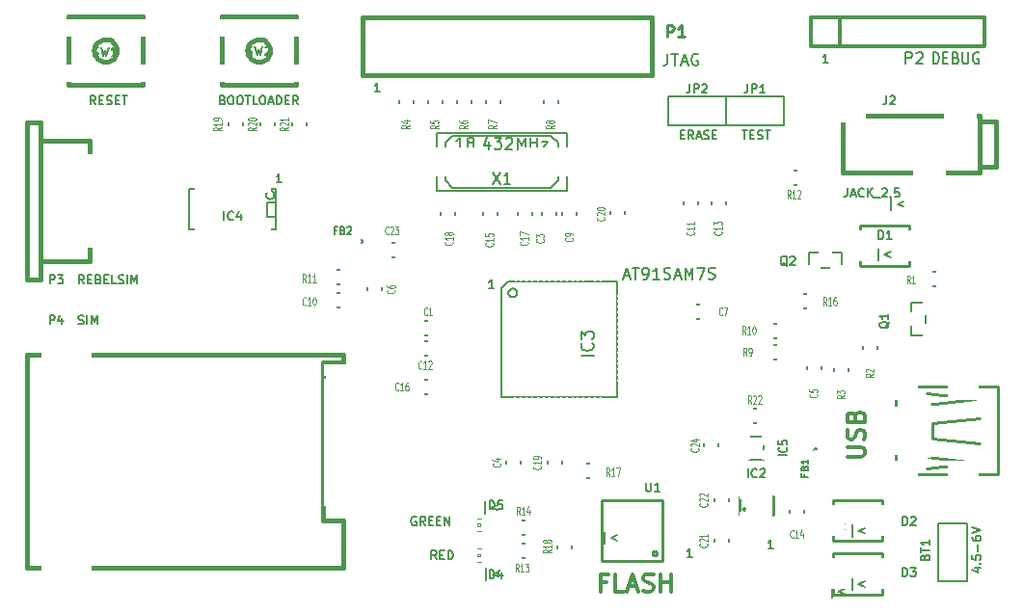
<source format=gto>
G04 (created by PCBNEW-RS274X (2011-05-25)-stable) date Sat 05 Nov 2011 21:28:24 CET*
G01*
G70*
G90*
%MOIN*%
G04 Gerber Fmt 3.4, Leading zero omitted, Abs format*
%FSLAX34Y34*%
G04 APERTURE LIST*
%ADD10C,0.006000*%
%ADD11C,0.005900*%
%ADD12C,0.007500*%
%ADD13C,0.005000*%
%ADD14C,0.008000*%
%ADD15C,0.012000*%
%ADD16C,0.015000*%
%ADD17C,0.010000*%
%ADD18C,0.006500*%
%ADD19C,0.002600*%
%ADD20C,0.004000*%
%ADD21C,0.002000*%
%ADD22C,0.004500*%
%ADD23R,0.045000X0.065000*%
%ADD24R,0.065000X0.045000*%
%ADD25R,0.055000X0.075000*%
%ADD26R,0.075000X0.055000*%
%ADD27R,0.066000X0.015800*%
%ADD28O,0.066000X0.015800*%
%ADD29O,0.015800X0.066000*%
%ADD30R,0.080000X0.080000*%
%ADD31C,0.080000*%
%ADD32R,0.051500X0.055400*%
%ADD33R,0.055400X0.051500*%
%ADD34R,0.146000X0.059400*%
%ADD35C,0.055400*%
%ADD36R,0.098700X0.039700*%
%ADD37R,0.106600X0.118400*%
%ADD38R,0.110600X0.059400*%
%ADD39R,0.110600X0.039700*%
%ADD40R,0.177500X0.086900*%
%ADD41R,0.036000X0.094800*%
%ADD42R,0.040000X0.032000*%
%ADD43R,0.043600X0.063300*%
%ADD44R,0.079800X0.110600*%
%ADD45R,0.057900X0.039700*%
%ADD46R,0.067200X0.067200*%
%ADD47R,0.114500X0.136100*%
%ADD48R,0.114500X0.124300*%
%ADD49C,0.059400*%
%ADD50R,0.236500X0.098700*%
%ADD51R,0.098700X0.043600*%
%ADD52R,0.185400X0.047600*%
G04 APERTURE END LIST*
G54D10*
X34565Y-53920D02*
X34565Y-53493D01*
X35007Y-53621D02*
X34779Y-53707D01*
X35007Y-53792D01*
X42415Y-55770D02*
X42415Y-55343D01*
X42857Y-55471D02*
X42629Y-55557D01*
X42857Y-55642D01*
X42415Y-53520D02*
X42415Y-53093D01*
X42857Y-53221D02*
X42629Y-53307D01*
X42857Y-53392D01*
X44465Y-42370D02*
X44465Y-41943D01*
X44907Y-42071D02*
X44679Y-42157D01*
X44907Y-42242D01*
G54D11*
X44015Y-44121D02*
X44015Y-43693D01*
X44458Y-43821D02*
X44229Y-43907D01*
X44458Y-43993D01*
X43115Y-55521D02*
X43115Y-55093D01*
X43558Y-55221D02*
X43329Y-55307D01*
X43558Y-55393D01*
X43115Y-53671D02*
X43115Y-53243D01*
X43558Y-53371D02*
X43329Y-53457D01*
X43558Y-53543D01*
X40386Y-54071D02*
X40215Y-54071D01*
X40300Y-54071D02*
X40300Y-53772D01*
X40272Y-53814D01*
X40243Y-53843D01*
X40215Y-53857D01*
X30465Y-55170D02*
X30465Y-54743D01*
X30907Y-54871D02*
X30679Y-54957D01*
X30907Y-55042D01*
X30415Y-52870D02*
X30415Y-52443D01*
X30857Y-52571D02*
X30629Y-52657D01*
X30857Y-52742D01*
X37586Y-54371D02*
X37414Y-54371D01*
X37500Y-54371D02*
X37500Y-54071D01*
X37471Y-54114D01*
X37443Y-54143D01*
X37414Y-54157D01*
G54D12*
X23386Y-41421D02*
X23214Y-41421D01*
X23300Y-41421D02*
X23300Y-41121D01*
X23271Y-41164D01*
X23243Y-41193D01*
X23214Y-41207D01*
X30736Y-45071D02*
X30564Y-45071D01*
X30650Y-45071D02*
X30650Y-44771D01*
X30621Y-44814D01*
X30593Y-44843D01*
X30564Y-44857D01*
X42286Y-37271D02*
X42114Y-37271D01*
X42200Y-37271D02*
X42200Y-36971D01*
X42171Y-37014D01*
X42143Y-37043D01*
X42114Y-37057D01*
G54D11*
X26786Y-38271D02*
X26614Y-38271D01*
X26700Y-38271D02*
X26700Y-37971D01*
X26671Y-38014D01*
X26643Y-38043D01*
X26614Y-38057D01*
G54D13*
X33537Y-51150D02*
X34437Y-51150D01*
X34437Y-51150D02*
X34437Y-51650D01*
X34437Y-51650D02*
X33537Y-51650D01*
X33537Y-51650D02*
X33537Y-51150D01*
X41945Y-45787D02*
X41045Y-45787D01*
X41045Y-45787D02*
X41045Y-45287D01*
X41045Y-45287D02*
X41945Y-45287D01*
X41945Y-45287D02*
X41945Y-45787D01*
X32200Y-53600D02*
X31300Y-53600D01*
X31300Y-53600D02*
X31300Y-53100D01*
X31300Y-53100D02*
X32200Y-53100D01*
X32200Y-53100D02*
X32200Y-53600D01*
X32200Y-54400D02*
X31300Y-54400D01*
X31300Y-54400D02*
X31300Y-53900D01*
X31300Y-53900D02*
X32200Y-53900D01*
X32200Y-53900D02*
X32200Y-54400D01*
X40692Y-41017D02*
X41592Y-41017D01*
X41592Y-41017D02*
X41592Y-41517D01*
X41592Y-41517D02*
X40692Y-41517D01*
X40692Y-41517D02*
X40692Y-41017D01*
X24900Y-44450D02*
X25800Y-44450D01*
X25800Y-44450D02*
X25800Y-44950D01*
X25800Y-44950D02*
X24900Y-44950D01*
X24900Y-44950D02*
X24900Y-44450D01*
X40000Y-46300D02*
X40900Y-46300D01*
X40900Y-46300D02*
X40900Y-46800D01*
X40900Y-46800D02*
X40000Y-46800D01*
X40000Y-46800D02*
X40000Y-46300D01*
X40000Y-47050D02*
X40900Y-47050D01*
X40900Y-47050D02*
X40900Y-47550D01*
X40900Y-47550D02*
X40000Y-47550D01*
X40000Y-47550D02*
X40000Y-47050D01*
X32950Y-38200D02*
X32950Y-39100D01*
X32950Y-39100D02*
X32450Y-39100D01*
X32450Y-39100D02*
X32450Y-38200D01*
X32450Y-38200D02*
X32950Y-38200D01*
X30950Y-38200D02*
X30950Y-39100D01*
X30950Y-39100D02*
X30450Y-39100D01*
X30450Y-39100D02*
X30450Y-38200D01*
X30450Y-38200D02*
X30950Y-38200D01*
X29950Y-38200D02*
X29950Y-39100D01*
X29950Y-39100D02*
X29450Y-39100D01*
X29450Y-39100D02*
X29450Y-38200D01*
X29450Y-38200D02*
X29950Y-38200D01*
X28950Y-38200D02*
X28950Y-39100D01*
X28950Y-39100D02*
X28450Y-39100D01*
X28450Y-39100D02*
X28450Y-38200D01*
X28450Y-38200D02*
X28950Y-38200D01*
X27950Y-38200D02*
X27950Y-39100D01*
X27950Y-39100D02*
X27450Y-39100D01*
X27450Y-39100D02*
X27450Y-38200D01*
X27450Y-38200D02*
X27950Y-38200D01*
X42500Y-48350D02*
X42500Y-47450D01*
X42500Y-47450D02*
X43000Y-47450D01*
X43000Y-47450D02*
X43000Y-48350D01*
X43000Y-48350D02*
X42500Y-48350D01*
X43500Y-47600D02*
X43500Y-46700D01*
X43500Y-46700D02*
X44000Y-46700D01*
X44000Y-46700D02*
X44000Y-47600D01*
X44000Y-47600D02*
X43500Y-47600D01*
X46400Y-45000D02*
X45500Y-45000D01*
X45500Y-45000D02*
X45500Y-44500D01*
X45500Y-44500D02*
X46400Y-44500D01*
X46400Y-44500D02*
X46400Y-45000D01*
X27701Y-44013D02*
X26801Y-44013D01*
X26801Y-44013D02*
X26801Y-43513D01*
X26801Y-43513D02*
X27701Y-43513D01*
X27701Y-43513D02*
X27701Y-44013D01*
X38850Y-51950D02*
X38850Y-52850D01*
X38850Y-52850D02*
X38350Y-52850D01*
X38350Y-52850D02*
X38350Y-51950D01*
X38350Y-51950D02*
X38850Y-51950D01*
X38350Y-54250D02*
X38350Y-53350D01*
X38350Y-53350D02*
X38850Y-53350D01*
X38850Y-53350D02*
X38850Y-54250D01*
X38850Y-54250D02*
X38350Y-54250D01*
X34765Y-42935D02*
X34765Y-42035D01*
X34765Y-42035D02*
X35265Y-42035D01*
X35265Y-42035D02*
X35265Y-42935D01*
X35265Y-42935D02*
X34765Y-42935D01*
X33100Y-50650D02*
X33100Y-51550D01*
X33100Y-51550D02*
X32600Y-51550D01*
X32600Y-51550D02*
X32600Y-50650D01*
X32600Y-50650D02*
X33100Y-50650D01*
X29400Y-42050D02*
X29400Y-42950D01*
X29400Y-42950D02*
X28900Y-42950D01*
X28900Y-42950D02*
X28900Y-42050D01*
X28900Y-42050D02*
X29400Y-42050D01*
X31550Y-42950D02*
X31550Y-42050D01*
X31550Y-42050D02*
X32050Y-42050D01*
X32050Y-42050D02*
X32050Y-42950D01*
X32050Y-42950D02*
X31550Y-42950D01*
X28850Y-48750D02*
X27950Y-48750D01*
X27950Y-48750D02*
X27950Y-48250D01*
X27950Y-48250D02*
X28850Y-48250D01*
X28850Y-48250D02*
X28850Y-48750D01*
X30350Y-42950D02*
X30350Y-42050D01*
X30350Y-42050D02*
X30850Y-42050D01*
X30850Y-42050D02*
X30850Y-42950D01*
X30850Y-42950D02*
X30350Y-42950D01*
X41450Y-52350D02*
X41450Y-53250D01*
X41450Y-53250D02*
X40950Y-53250D01*
X40950Y-53250D02*
X40950Y-52350D01*
X40950Y-52350D02*
X41450Y-52350D01*
X38250Y-42600D02*
X38250Y-41700D01*
X38250Y-41700D02*
X38750Y-41700D01*
X38750Y-41700D02*
X38750Y-42600D01*
X38750Y-42600D02*
X38250Y-42600D01*
X28850Y-47400D02*
X27950Y-47400D01*
X27950Y-47400D02*
X27950Y-46900D01*
X27950Y-46900D02*
X28850Y-46900D01*
X28850Y-46900D02*
X28850Y-47400D01*
X37300Y-42600D02*
X37300Y-41700D01*
X37300Y-41700D02*
X37800Y-41700D01*
X37800Y-41700D02*
X37800Y-42600D01*
X37800Y-42600D02*
X37300Y-42600D01*
X25800Y-45750D02*
X24900Y-45750D01*
X24900Y-45750D02*
X24900Y-45250D01*
X24900Y-45250D02*
X25800Y-45250D01*
X25800Y-45250D02*
X25800Y-45750D01*
X33100Y-42950D02*
X33100Y-42050D01*
X33100Y-42050D02*
X33600Y-42050D01*
X33600Y-42050D02*
X33600Y-42950D01*
X33600Y-42950D02*
X33100Y-42950D01*
X37350Y-45650D02*
X38250Y-45650D01*
X38250Y-45650D02*
X38250Y-46150D01*
X38250Y-46150D02*
X37350Y-46150D01*
X37350Y-46150D02*
X37350Y-45650D01*
X26350Y-45550D02*
X26350Y-44650D01*
X26350Y-44650D02*
X26850Y-44650D01*
X26850Y-44650D02*
X26850Y-45550D01*
X26850Y-45550D02*
X26350Y-45550D01*
X41550Y-48300D02*
X41550Y-47400D01*
X41550Y-47400D02*
X42050Y-47400D01*
X42050Y-47400D02*
X42050Y-48300D01*
X42050Y-48300D02*
X41550Y-48300D01*
X31670Y-50659D02*
X31670Y-51559D01*
X31670Y-51559D02*
X31170Y-51559D01*
X31170Y-51559D02*
X31170Y-50659D01*
X31170Y-50659D02*
X31670Y-50659D01*
X32397Y-42954D02*
X32397Y-42054D01*
X32397Y-42054D02*
X32897Y-42054D01*
X32897Y-42054D02*
X32897Y-42954D01*
X32897Y-42954D02*
X32397Y-42954D01*
X28850Y-46700D02*
X27950Y-46700D01*
X27950Y-46700D02*
X27950Y-46200D01*
X27950Y-46200D02*
X28850Y-46200D01*
X28850Y-46200D02*
X28850Y-46700D01*
X26195Y-43453D02*
X26194Y-43462D01*
X26191Y-43472D01*
X26186Y-43480D01*
X26180Y-43488D01*
X26172Y-43494D01*
X26164Y-43499D01*
X26155Y-43501D01*
X26145Y-43502D01*
X26136Y-43502D01*
X26127Y-43499D01*
X26118Y-43494D01*
X26111Y-43488D01*
X26104Y-43481D01*
X26100Y-43472D01*
X26097Y-43463D01*
X26096Y-43453D01*
X26096Y-43444D01*
X26099Y-43435D01*
X26103Y-43426D01*
X26110Y-43419D01*
X26117Y-43412D01*
X26125Y-43408D01*
X26135Y-43405D01*
X26144Y-43404D01*
X26153Y-43404D01*
X26163Y-43407D01*
X26171Y-43411D01*
X26179Y-43417D01*
X26185Y-43425D01*
X26190Y-43433D01*
X26193Y-43442D01*
X26194Y-43452D01*
X26195Y-43453D01*
X25695Y-43453D02*
X26095Y-43453D01*
X26095Y-43453D02*
X26095Y-44053D01*
X26095Y-44053D02*
X25695Y-44053D01*
X25295Y-44053D02*
X24895Y-44053D01*
X24895Y-44053D02*
X24895Y-43453D01*
X24895Y-43453D02*
X25295Y-43453D01*
X41900Y-50650D02*
X41899Y-50659D01*
X41896Y-50669D01*
X41891Y-50677D01*
X41885Y-50685D01*
X41877Y-50691D01*
X41869Y-50696D01*
X41860Y-50698D01*
X41850Y-50699D01*
X41841Y-50699D01*
X41832Y-50696D01*
X41823Y-50691D01*
X41816Y-50685D01*
X41809Y-50678D01*
X41805Y-50669D01*
X41802Y-50660D01*
X41801Y-50650D01*
X41801Y-50641D01*
X41804Y-50632D01*
X41808Y-50623D01*
X41815Y-50616D01*
X41822Y-50609D01*
X41830Y-50605D01*
X41840Y-50602D01*
X41849Y-50601D01*
X41858Y-50601D01*
X41868Y-50604D01*
X41876Y-50608D01*
X41884Y-50614D01*
X41890Y-50622D01*
X41895Y-50630D01*
X41898Y-50639D01*
X41899Y-50649D01*
X41900Y-50650D01*
X41850Y-51100D02*
X41850Y-50700D01*
X41850Y-50700D02*
X42450Y-50700D01*
X42450Y-50700D02*
X42450Y-51100D01*
X42450Y-51500D02*
X42450Y-51900D01*
X42450Y-51900D02*
X41850Y-51900D01*
X41850Y-51900D02*
X41850Y-51500D01*
G54D14*
X31532Y-45232D02*
X31529Y-45261D01*
X31520Y-45289D01*
X31506Y-45315D01*
X31488Y-45337D01*
X31465Y-45356D01*
X31440Y-45370D01*
X31412Y-45378D01*
X31383Y-45381D01*
X31354Y-45379D01*
X31326Y-45371D01*
X31300Y-45357D01*
X31278Y-45339D01*
X31259Y-45316D01*
X31245Y-45291D01*
X31236Y-45263D01*
X31233Y-45234D01*
X31235Y-45205D01*
X31243Y-45177D01*
X31256Y-45151D01*
X31275Y-45128D01*
X31297Y-45109D01*
X31322Y-45095D01*
X31350Y-45086D01*
X31379Y-45083D01*
X31408Y-45085D01*
X31436Y-45093D01*
X31462Y-45106D01*
X31485Y-45124D01*
X31504Y-45146D01*
X31519Y-45171D01*
X31528Y-45199D01*
X31531Y-45228D01*
X31532Y-45232D01*
X34982Y-48832D02*
X34982Y-44832D01*
X34982Y-44832D02*
X31232Y-44832D01*
X31232Y-44832D02*
X30982Y-45082D01*
X30982Y-45082D02*
X30982Y-48832D01*
X30982Y-48832D02*
X34982Y-48832D01*
G54D15*
X41700Y-36700D02*
X41700Y-35700D01*
X41700Y-35700D02*
X47700Y-35700D01*
X47700Y-35700D02*
X47700Y-36700D01*
X47700Y-36700D02*
X41700Y-36700D01*
X42700Y-36700D02*
X42700Y-35700D01*
G54D13*
X42771Y-43844D02*
X42771Y-44356D01*
X42771Y-44356D02*
X41629Y-44356D01*
X41629Y-44356D02*
X41629Y-43844D01*
X41629Y-43844D02*
X42771Y-43844D01*
X45144Y-45579D02*
X45656Y-45579D01*
X45656Y-45579D02*
X45656Y-46721D01*
X45656Y-46721D02*
X45144Y-46721D01*
X45144Y-46721D02*
X45144Y-45579D01*
G54D16*
X17694Y-36850D02*
X17686Y-36926D01*
X17664Y-37000D01*
X17628Y-37068D01*
X17579Y-37127D01*
X17520Y-37176D01*
X17452Y-37213D01*
X17379Y-37235D01*
X17302Y-37243D01*
X17227Y-37237D01*
X17153Y-37215D01*
X17085Y-37179D01*
X17025Y-37131D01*
X16975Y-37072D01*
X16938Y-37005D01*
X16915Y-36931D01*
X16907Y-36855D01*
X16913Y-36779D01*
X16934Y-36705D01*
X16969Y-36637D01*
X17017Y-36577D01*
X17076Y-36527D01*
X17143Y-36489D01*
X17216Y-36466D01*
X17292Y-36457D01*
X17368Y-36462D01*
X17442Y-36483D01*
X17511Y-36518D01*
X17571Y-36565D01*
X17621Y-36623D01*
X17659Y-36690D01*
X17684Y-36763D01*
X17693Y-36839D01*
X17694Y-36850D01*
X18580Y-35669D02*
X16020Y-35669D01*
X16020Y-35669D02*
X16020Y-38031D01*
X16020Y-38031D02*
X18580Y-38031D01*
X18580Y-38031D02*
X18580Y-35669D01*
X22994Y-36850D02*
X22986Y-36926D01*
X22964Y-37000D01*
X22928Y-37068D01*
X22879Y-37127D01*
X22820Y-37176D01*
X22752Y-37213D01*
X22679Y-37235D01*
X22602Y-37243D01*
X22527Y-37237D01*
X22453Y-37215D01*
X22385Y-37179D01*
X22325Y-37131D01*
X22275Y-37072D01*
X22238Y-37005D01*
X22215Y-36931D01*
X22207Y-36855D01*
X22213Y-36779D01*
X22234Y-36705D01*
X22269Y-36637D01*
X22317Y-36577D01*
X22376Y-36527D01*
X22443Y-36489D01*
X22516Y-36466D01*
X22592Y-36457D01*
X22668Y-36462D01*
X22742Y-36483D01*
X22811Y-36518D01*
X22871Y-36565D01*
X22921Y-36623D01*
X22959Y-36690D01*
X22984Y-36763D01*
X22993Y-36839D01*
X22994Y-36850D01*
X23880Y-35669D02*
X21320Y-35669D01*
X21320Y-35669D02*
X21320Y-38031D01*
X21320Y-38031D02*
X23880Y-38031D01*
X23880Y-38031D02*
X23880Y-35669D01*
G54D17*
X47540Y-50433D02*
X45886Y-50276D01*
X45886Y-50276D02*
X45886Y-49724D01*
X45886Y-49724D02*
X47540Y-49567D01*
X45689Y-49094D02*
X47382Y-48898D01*
X47382Y-48898D02*
X45689Y-48701D01*
X45689Y-51299D02*
X47382Y-51102D01*
X47382Y-51102D02*
X45689Y-50906D01*
X48170Y-51516D02*
X48170Y-48484D01*
X48170Y-48484D02*
X44626Y-48484D01*
X44626Y-48484D02*
X44626Y-51516D01*
X44626Y-51516D02*
X48170Y-51516D01*
G54D16*
X25541Y-53097D02*
X24824Y-53097D01*
X24824Y-53097D02*
X24824Y-47637D01*
X24824Y-47637D02*
X25541Y-47637D01*
X25541Y-47637D02*
X25541Y-47369D01*
X25541Y-47369D02*
X14576Y-47369D01*
X14576Y-47369D02*
X14576Y-51215D01*
X14576Y-51215D02*
X14576Y-54731D01*
X14576Y-54731D02*
X25541Y-54731D01*
X25541Y-54731D02*
X25541Y-53097D01*
G54D18*
X20200Y-43050D02*
X23200Y-43050D01*
X23200Y-41650D02*
X20200Y-41650D01*
X20200Y-43050D02*
X20200Y-41650D01*
G54D10*
X23200Y-41650D02*
X23200Y-43050D01*
G54D13*
X23141Y-41850D02*
X23138Y-41877D01*
X23130Y-41903D01*
X23117Y-41928D01*
X23100Y-41949D01*
X23078Y-41966D01*
X23054Y-41979D01*
X23028Y-41988D01*
X23000Y-41990D01*
X22974Y-41988D01*
X22948Y-41980D01*
X22923Y-41967D01*
X22902Y-41950D01*
X22884Y-41929D01*
X22871Y-41905D01*
X22863Y-41879D01*
X22860Y-41851D01*
X22862Y-41825D01*
X22869Y-41799D01*
X22882Y-41774D01*
X22899Y-41753D01*
X22920Y-41735D01*
X22944Y-41721D01*
X22970Y-41713D01*
X22998Y-41710D01*
X23024Y-41712D01*
X23050Y-41719D01*
X23075Y-41731D01*
X23097Y-41748D01*
X23115Y-41769D01*
X23128Y-41793D01*
X23137Y-41819D01*
X23140Y-41847D01*
X23141Y-41850D01*
X23200Y-42600D02*
X22900Y-42600D01*
X22900Y-42600D02*
X22900Y-42100D01*
X22900Y-42100D02*
X23200Y-42100D01*
X40200Y-49750D02*
X39300Y-49750D01*
X39300Y-49750D02*
X39300Y-49250D01*
X39300Y-49250D02*
X40200Y-49250D01*
X40200Y-49250D02*
X40200Y-49750D01*
X24250Y-38950D02*
X24250Y-39850D01*
X24250Y-39850D02*
X23750Y-39850D01*
X23750Y-39850D02*
X23750Y-38950D01*
X23750Y-38950D02*
X24250Y-38950D01*
X22650Y-39850D02*
X22650Y-38950D01*
X22650Y-38950D02*
X23150Y-38950D01*
X23150Y-38950D02*
X23150Y-39850D01*
X23150Y-39850D02*
X22650Y-39850D01*
X22050Y-38950D02*
X22050Y-39850D01*
X22050Y-39850D02*
X21550Y-39850D01*
X21550Y-39850D02*
X21550Y-38950D01*
X21550Y-38950D02*
X22050Y-38950D01*
X38500Y-50050D02*
X38500Y-50950D01*
X38500Y-50950D02*
X38000Y-50950D01*
X38000Y-50950D02*
X38000Y-50050D01*
X38000Y-50050D02*
X38500Y-50050D01*
G54D10*
X40050Y-51000D02*
X40050Y-50200D01*
X40050Y-50200D02*
X39550Y-50200D01*
X39550Y-50200D02*
X39550Y-51000D01*
X39550Y-51000D02*
X40050Y-51000D01*
G54D17*
X39394Y-52698D02*
X39393Y-52703D01*
X39391Y-52708D01*
X39389Y-52712D01*
X39386Y-52717D01*
X39382Y-52720D01*
X39377Y-52722D01*
X39372Y-52724D01*
X39367Y-52724D01*
X39362Y-52724D01*
X39357Y-52723D01*
X39353Y-52720D01*
X39349Y-52717D01*
X39345Y-52713D01*
X39343Y-52708D01*
X39341Y-52703D01*
X39341Y-52698D01*
X39341Y-52694D01*
X39342Y-52689D01*
X39345Y-52684D01*
X39348Y-52680D01*
X39352Y-52676D01*
X39357Y-52674D01*
X39362Y-52672D01*
X39367Y-52672D01*
X39371Y-52672D01*
X39376Y-52673D01*
X39381Y-52676D01*
X39385Y-52679D01*
X39389Y-52683D01*
X39391Y-52688D01*
X39393Y-52693D01*
X39393Y-52698D01*
X39394Y-52698D01*
X39209Y-52285D02*
X40391Y-52285D01*
X40391Y-52285D02*
X40391Y-52915D01*
X40391Y-52915D02*
X39209Y-52915D01*
X39209Y-52915D02*
X39209Y-52285D01*
X45096Y-44309D02*
X43404Y-44309D01*
X43404Y-44309D02*
X43404Y-42891D01*
X43404Y-42891D02*
X45096Y-42891D01*
X45096Y-42891D02*
X45096Y-44309D01*
G54D10*
X46100Y-53200D02*
X47100Y-53200D01*
X47100Y-53200D02*
X47100Y-55200D01*
X47100Y-55200D02*
X46100Y-55200D01*
X46100Y-55200D02*
X46100Y-53200D01*
G54D17*
X44146Y-53809D02*
X42454Y-53809D01*
X42454Y-53809D02*
X42454Y-52391D01*
X42454Y-52391D02*
X44146Y-52391D01*
X44146Y-52391D02*
X44146Y-53809D01*
X44146Y-55659D02*
X42454Y-55659D01*
X42454Y-55659D02*
X42454Y-54241D01*
X42454Y-54241D02*
X44146Y-54241D01*
X44146Y-54241D02*
X44146Y-55659D01*
X36366Y-54237D02*
X36364Y-54252D01*
X36360Y-54267D01*
X36352Y-54280D01*
X36343Y-54292D01*
X36331Y-54302D01*
X36317Y-54309D01*
X36302Y-54314D01*
X36287Y-54315D01*
X36273Y-54314D01*
X36258Y-54310D01*
X36244Y-54303D01*
X36232Y-54293D01*
X36222Y-54281D01*
X36215Y-54268D01*
X36210Y-54253D01*
X36209Y-54238D01*
X36210Y-54223D01*
X36214Y-54208D01*
X36221Y-54195D01*
X36231Y-54183D01*
X36242Y-54173D01*
X36256Y-54165D01*
X36271Y-54160D01*
X36286Y-54159D01*
X36300Y-54160D01*
X36315Y-54164D01*
X36329Y-54171D01*
X36341Y-54180D01*
X36351Y-54192D01*
X36359Y-54205D01*
X36364Y-54220D01*
X36365Y-54235D01*
X36366Y-54237D01*
X36543Y-52407D02*
X36543Y-54493D01*
X36543Y-54493D02*
X34457Y-54493D01*
X34457Y-54493D02*
X34457Y-52407D01*
X34457Y-52407D02*
X36543Y-52407D01*
G54D19*
X30054Y-53132D02*
X30054Y-53004D01*
X30054Y-53004D02*
X29857Y-53004D01*
X29857Y-53132D02*
X29857Y-53004D01*
X30054Y-53132D02*
X29857Y-53132D01*
X30054Y-53377D02*
X30054Y-53318D01*
X30054Y-53318D02*
X29955Y-53318D01*
X29955Y-53377D02*
X29955Y-53318D01*
X30054Y-53377D02*
X29955Y-53377D01*
X30054Y-53182D02*
X30054Y-53123D01*
X30054Y-53123D02*
X29955Y-53123D01*
X29955Y-53182D02*
X29955Y-53123D01*
X30054Y-53182D02*
X29955Y-53182D01*
X30054Y-53328D02*
X30054Y-53172D01*
X30054Y-53172D02*
X29985Y-53172D01*
X29985Y-53328D02*
X29985Y-53172D01*
X30054Y-53328D02*
X29985Y-53328D01*
X30643Y-53132D02*
X30643Y-53004D01*
X30643Y-53004D02*
X30446Y-53004D01*
X30446Y-53132D02*
X30446Y-53004D01*
X30643Y-53132D02*
X30446Y-53132D01*
X30643Y-53496D02*
X30643Y-53368D01*
X30643Y-53368D02*
X30446Y-53368D01*
X30446Y-53496D02*
X30446Y-53368D01*
X30643Y-53496D02*
X30446Y-53496D01*
X30545Y-53182D02*
X30545Y-53123D01*
X30545Y-53123D02*
X30446Y-53123D01*
X30446Y-53182D02*
X30446Y-53123D01*
X30545Y-53182D02*
X30446Y-53182D01*
X30545Y-53377D02*
X30545Y-53318D01*
X30545Y-53318D02*
X30446Y-53318D01*
X30446Y-53377D02*
X30446Y-53318D01*
X30545Y-53377D02*
X30446Y-53377D01*
X30515Y-53328D02*
X30515Y-53172D01*
X30515Y-53172D02*
X30446Y-53172D01*
X30446Y-53328D02*
X30446Y-53172D01*
X30515Y-53328D02*
X30446Y-53328D01*
X30250Y-53289D02*
X30250Y-53211D01*
X30250Y-53211D02*
X30172Y-53211D01*
X30172Y-53289D02*
X30172Y-53211D01*
X30250Y-53289D02*
X30172Y-53289D01*
X30054Y-53486D02*
X30054Y-53368D01*
X30054Y-53368D02*
X29936Y-53368D01*
X29936Y-53486D02*
X29936Y-53368D01*
X30054Y-53486D02*
X29936Y-53486D01*
X29886Y-53496D02*
X29886Y-53407D01*
X29886Y-53407D02*
X29857Y-53407D01*
X29857Y-53496D02*
X29857Y-53407D01*
X29886Y-53496D02*
X29857Y-53496D01*
G54D20*
X30044Y-53024D02*
X30456Y-53024D01*
X30446Y-53476D02*
X29886Y-53476D01*
G54D21*
X29944Y-53427D02*
X29943Y-53432D01*
X29941Y-53437D01*
X29939Y-53442D01*
X29935Y-53446D01*
X29931Y-53450D01*
X29926Y-53452D01*
X29921Y-53454D01*
X29916Y-53454D01*
X29911Y-53454D01*
X29906Y-53452D01*
X29901Y-53450D01*
X29897Y-53447D01*
X29893Y-53442D01*
X29891Y-53438D01*
X29889Y-53432D01*
X29889Y-53427D01*
X29889Y-53422D01*
X29890Y-53417D01*
X29893Y-53412D01*
X29896Y-53408D01*
X29901Y-53405D01*
X29905Y-53402D01*
X29910Y-53400D01*
X29916Y-53400D01*
X29920Y-53400D01*
X29926Y-53401D01*
X29931Y-53404D01*
X29935Y-53407D01*
X29938Y-53411D01*
X29941Y-53416D01*
X29943Y-53421D01*
X29943Y-53427D01*
X29944Y-53427D01*
G54D20*
X29857Y-53387D02*
X29868Y-53386D01*
X29880Y-53384D01*
X29892Y-53382D01*
X29903Y-53378D01*
X29914Y-53374D01*
X29925Y-53368D01*
X29935Y-53362D01*
X29945Y-53354D01*
X29953Y-53346D01*
X29961Y-53338D01*
X29969Y-53328D01*
X29975Y-53318D01*
X29981Y-53307D01*
X29985Y-53296D01*
X29989Y-53285D01*
X29991Y-53273D01*
X29993Y-53261D01*
X29994Y-53250D01*
X29993Y-53239D01*
X29991Y-53227D01*
X29989Y-53215D01*
X29985Y-53204D01*
X29981Y-53193D01*
X29975Y-53182D01*
X29969Y-53172D01*
X29961Y-53162D01*
X29953Y-53154D01*
X29945Y-53146D01*
X29935Y-53138D01*
X29925Y-53132D01*
X29914Y-53126D01*
X29903Y-53122D01*
X29892Y-53118D01*
X29880Y-53116D01*
X29868Y-53114D01*
X29857Y-53113D01*
X30643Y-53113D02*
X30632Y-53114D01*
X30620Y-53116D01*
X30608Y-53118D01*
X30597Y-53122D01*
X30586Y-53126D01*
X30575Y-53132D01*
X30565Y-53138D01*
X30555Y-53146D01*
X30547Y-53154D01*
X30539Y-53162D01*
X30531Y-53172D01*
X30525Y-53182D01*
X30519Y-53193D01*
X30515Y-53204D01*
X30511Y-53215D01*
X30509Y-53227D01*
X30507Y-53239D01*
X30506Y-53250D01*
X30507Y-53261D01*
X30509Y-53273D01*
X30511Y-53285D01*
X30515Y-53296D01*
X30519Y-53307D01*
X30525Y-53318D01*
X30531Y-53328D01*
X30539Y-53338D01*
X30547Y-53346D01*
X30555Y-53354D01*
X30565Y-53362D01*
X30575Y-53368D01*
X30586Y-53374D01*
X30597Y-53378D01*
X30608Y-53382D01*
X30620Y-53384D01*
X30632Y-53386D01*
X30643Y-53387D01*
G54D19*
X30054Y-54182D02*
X30054Y-54054D01*
X30054Y-54054D02*
X29857Y-54054D01*
X29857Y-54182D02*
X29857Y-54054D01*
X30054Y-54182D02*
X29857Y-54182D01*
X30054Y-54427D02*
X30054Y-54368D01*
X30054Y-54368D02*
X29955Y-54368D01*
X29955Y-54427D02*
X29955Y-54368D01*
X30054Y-54427D02*
X29955Y-54427D01*
X30054Y-54232D02*
X30054Y-54173D01*
X30054Y-54173D02*
X29955Y-54173D01*
X29955Y-54232D02*
X29955Y-54173D01*
X30054Y-54232D02*
X29955Y-54232D01*
X30054Y-54378D02*
X30054Y-54222D01*
X30054Y-54222D02*
X29985Y-54222D01*
X29985Y-54378D02*
X29985Y-54222D01*
X30054Y-54378D02*
X29985Y-54378D01*
X30643Y-54182D02*
X30643Y-54054D01*
X30643Y-54054D02*
X30446Y-54054D01*
X30446Y-54182D02*
X30446Y-54054D01*
X30643Y-54182D02*
X30446Y-54182D01*
X30643Y-54546D02*
X30643Y-54418D01*
X30643Y-54418D02*
X30446Y-54418D01*
X30446Y-54546D02*
X30446Y-54418D01*
X30643Y-54546D02*
X30446Y-54546D01*
X30545Y-54232D02*
X30545Y-54173D01*
X30545Y-54173D02*
X30446Y-54173D01*
X30446Y-54232D02*
X30446Y-54173D01*
X30545Y-54232D02*
X30446Y-54232D01*
X30545Y-54427D02*
X30545Y-54368D01*
X30545Y-54368D02*
X30446Y-54368D01*
X30446Y-54427D02*
X30446Y-54368D01*
X30545Y-54427D02*
X30446Y-54427D01*
X30515Y-54378D02*
X30515Y-54222D01*
X30515Y-54222D02*
X30446Y-54222D01*
X30446Y-54378D02*
X30446Y-54222D01*
X30515Y-54378D02*
X30446Y-54378D01*
X30250Y-54339D02*
X30250Y-54261D01*
X30250Y-54261D02*
X30172Y-54261D01*
X30172Y-54339D02*
X30172Y-54261D01*
X30250Y-54339D02*
X30172Y-54339D01*
X30054Y-54536D02*
X30054Y-54418D01*
X30054Y-54418D02*
X29936Y-54418D01*
X29936Y-54536D02*
X29936Y-54418D01*
X30054Y-54536D02*
X29936Y-54536D01*
X29886Y-54546D02*
X29886Y-54457D01*
X29886Y-54457D02*
X29857Y-54457D01*
X29857Y-54546D02*
X29857Y-54457D01*
X29886Y-54546D02*
X29857Y-54546D01*
G54D20*
X30044Y-54074D02*
X30456Y-54074D01*
X30446Y-54526D02*
X29886Y-54526D01*
G54D21*
X29944Y-54477D02*
X29943Y-54482D01*
X29941Y-54487D01*
X29939Y-54492D01*
X29935Y-54496D01*
X29931Y-54500D01*
X29926Y-54502D01*
X29921Y-54504D01*
X29916Y-54504D01*
X29911Y-54504D01*
X29906Y-54502D01*
X29901Y-54500D01*
X29897Y-54497D01*
X29893Y-54492D01*
X29891Y-54488D01*
X29889Y-54482D01*
X29889Y-54477D01*
X29889Y-54472D01*
X29890Y-54467D01*
X29893Y-54462D01*
X29896Y-54458D01*
X29901Y-54455D01*
X29905Y-54452D01*
X29910Y-54450D01*
X29916Y-54450D01*
X29920Y-54450D01*
X29926Y-54451D01*
X29931Y-54454D01*
X29935Y-54457D01*
X29938Y-54461D01*
X29941Y-54466D01*
X29943Y-54471D01*
X29943Y-54477D01*
X29944Y-54477D01*
G54D20*
X29857Y-54437D02*
X29868Y-54436D01*
X29880Y-54434D01*
X29892Y-54432D01*
X29903Y-54428D01*
X29914Y-54424D01*
X29925Y-54418D01*
X29935Y-54412D01*
X29945Y-54404D01*
X29953Y-54396D01*
X29961Y-54388D01*
X29969Y-54378D01*
X29975Y-54368D01*
X29981Y-54357D01*
X29985Y-54346D01*
X29989Y-54335D01*
X29991Y-54323D01*
X29993Y-54311D01*
X29994Y-54300D01*
X29993Y-54289D01*
X29991Y-54277D01*
X29989Y-54265D01*
X29985Y-54254D01*
X29981Y-54243D01*
X29975Y-54232D01*
X29969Y-54222D01*
X29961Y-54212D01*
X29953Y-54204D01*
X29945Y-54196D01*
X29935Y-54188D01*
X29925Y-54182D01*
X29914Y-54176D01*
X29903Y-54172D01*
X29892Y-54168D01*
X29880Y-54166D01*
X29868Y-54164D01*
X29857Y-54163D01*
X30643Y-54163D02*
X30632Y-54164D01*
X30620Y-54166D01*
X30608Y-54168D01*
X30597Y-54172D01*
X30586Y-54176D01*
X30575Y-54182D01*
X30565Y-54188D01*
X30555Y-54196D01*
X30547Y-54204D01*
X30539Y-54212D01*
X30531Y-54222D01*
X30525Y-54232D01*
X30519Y-54243D01*
X30515Y-54254D01*
X30511Y-54265D01*
X30509Y-54277D01*
X30507Y-54289D01*
X30506Y-54300D01*
X30507Y-54311D01*
X30509Y-54323D01*
X30511Y-54335D01*
X30515Y-54346D01*
X30519Y-54357D01*
X30525Y-54368D01*
X30531Y-54378D01*
X30539Y-54388D01*
X30547Y-54396D01*
X30555Y-54404D01*
X30565Y-54412D01*
X30575Y-54418D01*
X30586Y-54424D01*
X30597Y-54428D01*
X30608Y-54432D01*
X30620Y-54434D01*
X30632Y-54436D01*
X30643Y-54437D01*
G54D16*
X36200Y-37700D02*
X26200Y-37700D01*
X36200Y-35700D02*
X26200Y-35700D01*
X26200Y-35700D02*
X26200Y-37700D01*
X36202Y-37700D02*
X36202Y-35700D01*
G54D10*
X36750Y-39450D02*
X36750Y-38450D01*
X36750Y-38450D02*
X38750Y-38450D01*
X38750Y-38450D02*
X38750Y-39450D01*
X38750Y-39450D02*
X36750Y-39450D01*
X38750Y-39450D02*
X38750Y-38450D01*
X38750Y-38450D02*
X40750Y-38450D01*
X40750Y-38450D02*
X40750Y-39450D01*
X40750Y-39450D02*
X38750Y-39450D01*
G54D16*
X47512Y-40887D02*
X48103Y-40887D01*
X48103Y-40887D02*
X48103Y-39313D01*
X48103Y-39313D02*
X47512Y-39313D01*
X47512Y-41084D02*
X42788Y-41084D01*
X42788Y-41084D02*
X42788Y-39116D01*
X42788Y-39116D02*
X47512Y-39116D01*
X47512Y-39116D02*
X47512Y-41084D01*
G54D14*
X32950Y-41350D02*
X32950Y-40050D01*
X32950Y-40050D02*
X32700Y-39800D01*
X32700Y-39800D02*
X29300Y-39800D01*
X29300Y-39800D02*
X29050Y-40050D01*
X29050Y-40050D02*
X29050Y-41350D01*
X29050Y-41350D02*
X29300Y-41600D01*
X29300Y-41600D02*
X32700Y-41600D01*
X32700Y-41600D02*
X32950Y-41350D01*
X28750Y-41700D02*
X28750Y-39700D01*
X28750Y-39700D02*
X33250Y-39700D01*
X33250Y-39700D02*
X33250Y-41700D01*
X33250Y-41700D02*
X28750Y-41700D01*
G54D13*
X33428Y-53586D02*
X33428Y-54486D01*
X33428Y-54486D02*
X32928Y-54486D01*
X32928Y-54486D02*
X32928Y-53586D01*
X32928Y-53586D02*
X33428Y-53586D01*
G54D16*
X15057Y-39963D02*
X16750Y-39963D01*
X16750Y-39963D02*
X16750Y-44137D01*
X16750Y-44137D02*
X15057Y-44137D01*
X14585Y-39333D02*
X15057Y-39333D01*
X14585Y-44767D02*
X15057Y-44767D01*
X14585Y-39333D02*
X14585Y-44767D01*
X15057Y-44767D02*
X15057Y-39333D01*
G54D22*
X34735Y-51563D02*
X34675Y-51430D01*
X34632Y-51563D02*
X34632Y-51283D01*
X34700Y-51283D01*
X34718Y-51297D01*
X34726Y-51310D01*
X34735Y-51337D01*
X34735Y-51377D01*
X34726Y-51403D01*
X34718Y-51417D01*
X34700Y-51430D01*
X34632Y-51430D01*
X34906Y-51563D02*
X34803Y-51563D01*
X34855Y-51563D02*
X34855Y-51283D01*
X34838Y-51323D01*
X34820Y-51350D01*
X34803Y-51363D01*
X34966Y-51283D02*
X35086Y-51283D01*
X35009Y-51563D01*
X42235Y-45663D02*
X42175Y-45530D01*
X42132Y-45663D02*
X42132Y-45383D01*
X42200Y-45383D01*
X42218Y-45397D01*
X42226Y-45410D01*
X42235Y-45437D01*
X42235Y-45477D01*
X42226Y-45503D01*
X42218Y-45517D01*
X42200Y-45530D01*
X42132Y-45530D01*
X42406Y-45663D02*
X42303Y-45663D01*
X42355Y-45663D02*
X42355Y-45383D01*
X42338Y-45423D01*
X42320Y-45450D01*
X42303Y-45463D01*
X42560Y-45383D02*
X42526Y-45383D01*
X42509Y-45397D01*
X42500Y-45410D01*
X42483Y-45450D01*
X42474Y-45503D01*
X42474Y-45610D01*
X42483Y-45637D01*
X42491Y-45650D01*
X42509Y-45663D01*
X42543Y-45663D01*
X42560Y-45650D01*
X42569Y-45637D01*
X42577Y-45610D01*
X42577Y-45543D01*
X42569Y-45517D01*
X42560Y-45503D01*
X42543Y-45490D01*
X42509Y-45490D01*
X42491Y-45503D01*
X42483Y-45517D01*
X42474Y-45543D01*
X31635Y-52913D02*
X31575Y-52780D01*
X31532Y-52913D02*
X31532Y-52633D01*
X31600Y-52633D01*
X31618Y-52647D01*
X31626Y-52660D01*
X31635Y-52687D01*
X31635Y-52727D01*
X31626Y-52753D01*
X31618Y-52767D01*
X31600Y-52780D01*
X31532Y-52780D01*
X31806Y-52913D02*
X31703Y-52913D01*
X31755Y-52913D02*
X31755Y-52633D01*
X31738Y-52673D01*
X31720Y-52700D01*
X31703Y-52713D01*
X31960Y-52727D02*
X31960Y-52913D01*
X31917Y-52620D02*
X31874Y-52820D01*
X31986Y-52820D01*
X31585Y-54882D02*
X31525Y-54749D01*
X31482Y-54882D02*
X31482Y-54602D01*
X31550Y-54602D01*
X31568Y-54616D01*
X31576Y-54629D01*
X31585Y-54656D01*
X31585Y-54696D01*
X31576Y-54722D01*
X31568Y-54736D01*
X31550Y-54749D01*
X31482Y-54749D01*
X31756Y-54882D02*
X31653Y-54882D01*
X31705Y-54882D02*
X31705Y-54602D01*
X31688Y-54642D01*
X31670Y-54669D01*
X31653Y-54682D01*
X31816Y-54602D02*
X31927Y-54602D01*
X31867Y-54709D01*
X31893Y-54709D01*
X31910Y-54722D01*
X31919Y-54736D01*
X31927Y-54762D01*
X31927Y-54829D01*
X31919Y-54856D01*
X31910Y-54869D01*
X31893Y-54882D01*
X31841Y-54882D01*
X31824Y-54869D01*
X31816Y-54856D01*
X40985Y-41963D02*
X40925Y-41830D01*
X40882Y-41963D02*
X40882Y-41683D01*
X40950Y-41683D01*
X40968Y-41697D01*
X40976Y-41710D01*
X40985Y-41737D01*
X40985Y-41777D01*
X40976Y-41803D01*
X40968Y-41817D01*
X40950Y-41830D01*
X40882Y-41830D01*
X41156Y-41963D02*
X41053Y-41963D01*
X41105Y-41963D02*
X41105Y-41683D01*
X41088Y-41723D01*
X41070Y-41750D01*
X41053Y-41763D01*
X41224Y-41710D02*
X41233Y-41697D01*
X41250Y-41683D01*
X41293Y-41683D01*
X41310Y-41697D01*
X41319Y-41710D01*
X41327Y-41737D01*
X41327Y-41763D01*
X41319Y-41803D01*
X41216Y-41963D01*
X41327Y-41963D01*
X24235Y-44863D02*
X24175Y-44730D01*
X24132Y-44863D02*
X24132Y-44583D01*
X24200Y-44583D01*
X24218Y-44597D01*
X24226Y-44610D01*
X24235Y-44637D01*
X24235Y-44677D01*
X24226Y-44703D01*
X24218Y-44717D01*
X24200Y-44730D01*
X24132Y-44730D01*
X24406Y-44863D02*
X24303Y-44863D01*
X24355Y-44863D02*
X24355Y-44583D01*
X24338Y-44623D01*
X24320Y-44650D01*
X24303Y-44663D01*
X24577Y-44863D02*
X24474Y-44863D01*
X24526Y-44863D02*
X24526Y-44583D01*
X24509Y-44623D01*
X24491Y-44650D01*
X24474Y-44663D01*
X39435Y-46663D02*
X39375Y-46530D01*
X39332Y-46663D02*
X39332Y-46383D01*
X39400Y-46383D01*
X39418Y-46397D01*
X39426Y-46410D01*
X39435Y-46437D01*
X39435Y-46477D01*
X39426Y-46503D01*
X39418Y-46517D01*
X39400Y-46530D01*
X39332Y-46530D01*
X39606Y-46663D02*
X39503Y-46663D01*
X39555Y-46663D02*
X39555Y-46383D01*
X39538Y-46423D01*
X39520Y-46450D01*
X39503Y-46463D01*
X39717Y-46383D02*
X39734Y-46383D01*
X39751Y-46397D01*
X39760Y-46410D01*
X39769Y-46437D01*
X39777Y-46490D01*
X39777Y-46557D01*
X39769Y-46610D01*
X39760Y-46637D01*
X39751Y-46650D01*
X39734Y-46663D01*
X39717Y-46663D01*
X39700Y-46650D01*
X39691Y-46637D01*
X39683Y-46610D01*
X39674Y-46557D01*
X39674Y-46490D01*
X39683Y-46437D01*
X39691Y-46410D01*
X39700Y-46397D01*
X39717Y-46383D01*
X39471Y-47413D02*
X39411Y-47280D01*
X39368Y-47413D02*
X39368Y-47133D01*
X39436Y-47133D01*
X39454Y-47147D01*
X39462Y-47160D01*
X39471Y-47187D01*
X39471Y-47227D01*
X39462Y-47253D01*
X39454Y-47267D01*
X39436Y-47280D01*
X39368Y-47280D01*
X39556Y-47413D02*
X39591Y-47413D01*
X39608Y-47400D01*
X39616Y-47387D01*
X39634Y-47347D01*
X39642Y-47293D01*
X39642Y-47187D01*
X39634Y-47160D01*
X39625Y-47147D01*
X39608Y-47133D01*
X39574Y-47133D01*
X39556Y-47147D01*
X39548Y-47160D01*
X39539Y-47187D01*
X39539Y-47253D01*
X39548Y-47280D01*
X39556Y-47293D01*
X39574Y-47307D01*
X39608Y-47307D01*
X39625Y-47293D01*
X39634Y-47280D01*
X39642Y-47253D01*
X32813Y-39429D02*
X32680Y-39489D01*
X32813Y-39532D02*
X32533Y-39532D01*
X32533Y-39464D01*
X32547Y-39446D01*
X32560Y-39438D01*
X32587Y-39429D01*
X32627Y-39429D01*
X32653Y-39438D01*
X32667Y-39446D01*
X32680Y-39464D01*
X32680Y-39532D01*
X32653Y-39326D02*
X32640Y-39344D01*
X32627Y-39352D01*
X32600Y-39361D01*
X32587Y-39361D01*
X32560Y-39352D01*
X32547Y-39344D01*
X32533Y-39326D01*
X32533Y-39292D01*
X32547Y-39275D01*
X32560Y-39266D01*
X32587Y-39258D01*
X32600Y-39258D01*
X32627Y-39266D01*
X32640Y-39275D01*
X32653Y-39292D01*
X32653Y-39326D01*
X32667Y-39344D01*
X32680Y-39352D01*
X32707Y-39361D01*
X32760Y-39361D01*
X32787Y-39352D01*
X32800Y-39344D01*
X32813Y-39326D01*
X32813Y-39292D01*
X32800Y-39275D01*
X32787Y-39266D01*
X32760Y-39258D01*
X32707Y-39258D01*
X32680Y-39266D01*
X32667Y-39275D01*
X32653Y-39292D01*
X30813Y-39429D02*
X30680Y-39489D01*
X30813Y-39532D02*
X30533Y-39532D01*
X30533Y-39464D01*
X30547Y-39446D01*
X30560Y-39438D01*
X30587Y-39429D01*
X30627Y-39429D01*
X30653Y-39438D01*
X30667Y-39446D01*
X30680Y-39464D01*
X30680Y-39532D01*
X30533Y-39369D02*
X30533Y-39249D01*
X30813Y-39326D01*
X29813Y-39429D02*
X29680Y-39489D01*
X29813Y-39532D02*
X29533Y-39532D01*
X29533Y-39464D01*
X29547Y-39446D01*
X29560Y-39438D01*
X29587Y-39429D01*
X29627Y-39429D01*
X29653Y-39438D01*
X29667Y-39446D01*
X29680Y-39464D01*
X29680Y-39532D01*
X29533Y-39275D02*
X29533Y-39309D01*
X29547Y-39326D01*
X29560Y-39335D01*
X29600Y-39352D01*
X29653Y-39361D01*
X29760Y-39361D01*
X29787Y-39352D01*
X29800Y-39344D01*
X29813Y-39326D01*
X29813Y-39292D01*
X29800Y-39275D01*
X29787Y-39266D01*
X29760Y-39258D01*
X29693Y-39258D01*
X29667Y-39266D01*
X29653Y-39275D01*
X29640Y-39292D01*
X29640Y-39326D01*
X29653Y-39344D01*
X29667Y-39352D01*
X29693Y-39361D01*
X28813Y-39429D02*
X28680Y-39489D01*
X28813Y-39532D02*
X28533Y-39532D01*
X28533Y-39464D01*
X28547Y-39446D01*
X28560Y-39438D01*
X28587Y-39429D01*
X28627Y-39429D01*
X28653Y-39438D01*
X28667Y-39446D01*
X28680Y-39464D01*
X28680Y-39532D01*
X28533Y-39266D02*
X28533Y-39352D01*
X28667Y-39361D01*
X28653Y-39352D01*
X28640Y-39335D01*
X28640Y-39292D01*
X28653Y-39275D01*
X28667Y-39266D01*
X28693Y-39258D01*
X28760Y-39258D01*
X28787Y-39266D01*
X28800Y-39275D01*
X28813Y-39292D01*
X28813Y-39335D01*
X28800Y-39352D01*
X28787Y-39361D01*
X27813Y-39429D02*
X27680Y-39489D01*
X27813Y-39532D02*
X27533Y-39532D01*
X27533Y-39464D01*
X27547Y-39446D01*
X27560Y-39438D01*
X27587Y-39429D01*
X27627Y-39429D01*
X27653Y-39438D01*
X27667Y-39446D01*
X27680Y-39464D01*
X27680Y-39532D01*
X27627Y-39275D02*
X27813Y-39275D01*
X27520Y-39318D02*
X27720Y-39361D01*
X27720Y-39249D01*
X42863Y-48779D02*
X42730Y-48839D01*
X42863Y-48882D02*
X42583Y-48882D01*
X42583Y-48814D01*
X42597Y-48796D01*
X42610Y-48788D01*
X42637Y-48779D01*
X42677Y-48779D01*
X42703Y-48788D01*
X42717Y-48796D01*
X42730Y-48814D01*
X42730Y-48882D01*
X42583Y-48719D02*
X42583Y-48608D01*
X42690Y-48668D01*
X42690Y-48642D01*
X42703Y-48625D01*
X42717Y-48616D01*
X42743Y-48608D01*
X42810Y-48608D01*
X42837Y-48616D01*
X42850Y-48625D01*
X42863Y-48642D01*
X42863Y-48694D01*
X42850Y-48711D01*
X42837Y-48719D01*
X43863Y-48029D02*
X43730Y-48089D01*
X43863Y-48132D02*
X43583Y-48132D01*
X43583Y-48064D01*
X43597Y-48046D01*
X43610Y-48038D01*
X43637Y-48029D01*
X43677Y-48029D01*
X43703Y-48038D01*
X43717Y-48046D01*
X43730Y-48064D01*
X43730Y-48132D01*
X43610Y-47961D02*
X43597Y-47952D01*
X43583Y-47935D01*
X43583Y-47892D01*
X43597Y-47875D01*
X43610Y-47866D01*
X43637Y-47858D01*
X43663Y-47858D01*
X43703Y-47866D01*
X43863Y-47969D01*
X43863Y-47858D01*
X45121Y-44913D02*
X45061Y-44780D01*
X45018Y-44913D02*
X45018Y-44633D01*
X45086Y-44633D01*
X45104Y-44647D01*
X45112Y-44660D01*
X45121Y-44687D01*
X45121Y-44727D01*
X45112Y-44753D01*
X45104Y-44767D01*
X45086Y-44780D01*
X45018Y-44780D01*
X45292Y-44913D02*
X45189Y-44913D01*
X45241Y-44913D02*
X45241Y-44633D01*
X45224Y-44673D01*
X45206Y-44700D01*
X45189Y-44713D01*
X27085Y-43187D02*
X27076Y-43200D01*
X27050Y-43213D01*
X27033Y-43213D01*
X27008Y-43200D01*
X26990Y-43173D01*
X26982Y-43147D01*
X26973Y-43093D01*
X26973Y-43053D01*
X26982Y-43000D01*
X26990Y-42973D01*
X27008Y-42947D01*
X27033Y-42933D01*
X27050Y-42933D01*
X27076Y-42947D01*
X27085Y-42960D01*
X27153Y-42960D02*
X27162Y-42947D01*
X27179Y-42933D01*
X27222Y-42933D01*
X27239Y-42947D01*
X27248Y-42960D01*
X27256Y-42987D01*
X27256Y-43013D01*
X27248Y-43053D01*
X27145Y-43213D01*
X27256Y-43213D01*
X27316Y-42933D02*
X27427Y-42933D01*
X27367Y-43040D01*
X27393Y-43040D01*
X27410Y-43053D01*
X27419Y-43067D01*
X27427Y-43093D01*
X27427Y-43160D01*
X27419Y-43187D01*
X27410Y-43200D01*
X27393Y-43213D01*
X27341Y-43213D01*
X27324Y-43200D01*
X27316Y-43187D01*
X38087Y-52515D02*
X38100Y-52524D01*
X38113Y-52550D01*
X38113Y-52567D01*
X38100Y-52592D01*
X38073Y-52610D01*
X38047Y-52618D01*
X37993Y-52627D01*
X37953Y-52627D01*
X37900Y-52618D01*
X37873Y-52610D01*
X37847Y-52592D01*
X37833Y-52567D01*
X37833Y-52550D01*
X37847Y-52524D01*
X37860Y-52515D01*
X37860Y-52447D02*
X37847Y-52438D01*
X37833Y-52421D01*
X37833Y-52378D01*
X37847Y-52361D01*
X37860Y-52352D01*
X37887Y-52344D01*
X37913Y-52344D01*
X37953Y-52352D01*
X38113Y-52455D01*
X38113Y-52344D01*
X37860Y-52276D02*
X37847Y-52267D01*
X37833Y-52250D01*
X37833Y-52207D01*
X37847Y-52190D01*
X37860Y-52181D01*
X37887Y-52173D01*
X37913Y-52173D01*
X37953Y-52181D01*
X38113Y-52284D01*
X38113Y-52173D01*
X38087Y-53915D02*
X38100Y-53924D01*
X38113Y-53950D01*
X38113Y-53967D01*
X38100Y-53992D01*
X38073Y-54010D01*
X38047Y-54018D01*
X37993Y-54027D01*
X37953Y-54027D01*
X37900Y-54018D01*
X37873Y-54010D01*
X37847Y-53992D01*
X37833Y-53967D01*
X37833Y-53950D01*
X37847Y-53924D01*
X37860Y-53915D01*
X37860Y-53847D02*
X37847Y-53838D01*
X37833Y-53821D01*
X37833Y-53778D01*
X37847Y-53761D01*
X37860Y-53752D01*
X37887Y-53744D01*
X37913Y-53744D01*
X37953Y-53752D01*
X38113Y-53855D01*
X38113Y-53744D01*
X38113Y-53573D02*
X38113Y-53676D01*
X38113Y-53624D02*
X37833Y-53624D01*
X37873Y-53641D01*
X37900Y-53659D01*
X37913Y-53676D01*
X34537Y-42615D02*
X34550Y-42624D01*
X34563Y-42650D01*
X34563Y-42667D01*
X34550Y-42692D01*
X34523Y-42710D01*
X34497Y-42718D01*
X34443Y-42727D01*
X34403Y-42727D01*
X34350Y-42718D01*
X34323Y-42710D01*
X34297Y-42692D01*
X34283Y-42667D01*
X34283Y-42650D01*
X34297Y-42624D01*
X34310Y-42615D01*
X34310Y-42547D02*
X34297Y-42538D01*
X34283Y-42521D01*
X34283Y-42478D01*
X34297Y-42461D01*
X34310Y-42452D01*
X34337Y-42444D01*
X34363Y-42444D01*
X34403Y-42452D01*
X34563Y-42555D01*
X34563Y-42444D01*
X34283Y-42333D02*
X34283Y-42316D01*
X34297Y-42299D01*
X34310Y-42290D01*
X34337Y-42281D01*
X34390Y-42273D01*
X34457Y-42273D01*
X34510Y-42281D01*
X34537Y-42290D01*
X34550Y-42299D01*
X34563Y-42316D01*
X34563Y-42333D01*
X34550Y-42350D01*
X34537Y-42359D01*
X34510Y-42367D01*
X34457Y-42376D01*
X34390Y-42376D01*
X34337Y-42367D01*
X34310Y-42359D01*
X34297Y-42350D01*
X34283Y-42333D01*
X32337Y-51215D02*
X32350Y-51224D01*
X32363Y-51250D01*
X32363Y-51267D01*
X32350Y-51292D01*
X32323Y-51310D01*
X32297Y-51318D01*
X32243Y-51327D01*
X32203Y-51327D01*
X32150Y-51318D01*
X32123Y-51310D01*
X32097Y-51292D01*
X32083Y-51267D01*
X32083Y-51250D01*
X32097Y-51224D01*
X32110Y-51215D01*
X32363Y-51044D02*
X32363Y-51147D01*
X32363Y-51095D02*
X32083Y-51095D01*
X32123Y-51112D01*
X32150Y-51130D01*
X32163Y-51147D01*
X32363Y-50959D02*
X32363Y-50924D01*
X32350Y-50907D01*
X32337Y-50899D01*
X32297Y-50881D01*
X32243Y-50873D01*
X32137Y-50873D01*
X32110Y-50881D01*
X32097Y-50890D01*
X32083Y-50907D01*
X32083Y-50941D01*
X32097Y-50959D01*
X32110Y-50967D01*
X32137Y-50976D01*
X32203Y-50976D01*
X32230Y-50967D01*
X32243Y-50959D01*
X32257Y-50941D01*
X32257Y-50907D01*
X32243Y-50890D01*
X32230Y-50881D01*
X32203Y-50873D01*
X29287Y-43465D02*
X29300Y-43474D01*
X29313Y-43500D01*
X29313Y-43517D01*
X29300Y-43542D01*
X29273Y-43560D01*
X29247Y-43568D01*
X29193Y-43577D01*
X29153Y-43577D01*
X29100Y-43568D01*
X29073Y-43560D01*
X29047Y-43542D01*
X29033Y-43517D01*
X29033Y-43500D01*
X29047Y-43474D01*
X29060Y-43465D01*
X29313Y-43294D02*
X29313Y-43397D01*
X29313Y-43345D02*
X29033Y-43345D01*
X29073Y-43362D01*
X29100Y-43380D01*
X29113Y-43397D01*
X29153Y-43191D02*
X29140Y-43209D01*
X29127Y-43217D01*
X29100Y-43226D01*
X29087Y-43226D01*
X29060Y-43217D01*
X29047Y-43209D01*
X29033Y-43191D01*
X29033Y-43157D01*
X29047Y-43140D01*
X29060Y-43131D01*
X29087Y-43123D01*
X29100Y-43123D01*
X29127Y-43131D01*
X29140Y-43140D01*
X29153Y-43157D01*
X29153Y-43191D01*
X29167Y-43209D01*
X29180Y-43217D01*
X29207Y-43226D01*
X29260Y-43226D01*
X29287Y-43217D01*
X29300Y-43209D01*
X29313Y-43191D01*
X29313Y-43157D01*
X29300Y-43140D01*
X29287Y-43131D01*
X29260Y-43123D01*
X29207Y-43123D01*
X29180Y-43131D01*
X29167Y-43140D01*
X29153Y-43157D01*
X31887Y-43465D02*
X31900Y-43474D01*
X31913Y-43500D01*
X31913Y-43517D01*
X31900Y-43542D01*
X31873Y-43560D01*
X31847Y-43568D01*
X31793Y-43577D01*
X31753Y-43577D01*
X31700Y-43568D01*
X31673Y-43560D01*
X31647Y-43542D01*
X31633Y-43517D01*
X31633Y-43500D01*
X31647Y-43474D01*
X31660Y-43465D01*
X31913Y-43294D02*
X31913Y-43397D01*
X31913Y-43345D02*
X31633Y-43345D01*
X31673Y-43362D01*
X31700Y-43380D01*
X31713Y-43397D01*
X31633Y-43234D02*
X31633Y-43114D01*
X31913Y-43191D01*
X27435Y-48587D02*
X27426Y-48600D01*
X27400Y-48613D01*
X27383Y-48613D01*
X27358Y-48600D01*
X27340Y-48573D01*
X27332Y-48547D01*
X27323Y-48493D01*
X27323Y-48453D01*
X27332Y-48400D01*
X27340Y-48373D01*
X27358Y-48347D01*
X27383Y-48333D01*
X27400Y-48333D01*
X27426Y-48347D01*
X27435Y-48360D01*
X27606Y-48613D02*
X27503Y-48613D01*
X27555Y-48613D02*
X27555Y-48333D01*
X27538Y-48373D01*
X27520Y-48400D01*
X27503Y-48413D01*
X27760Y-48333D02*
X27726Y-48333D01*
X27709Y-48347D01*
X27700Y-48360D01*
X27683Y-48400D01*
X27674Y-48453D01*
X27674Y-48560D01*
X27683Y-48587D01*
X27691Y-48600D01*
X27709Y-48613D01*
X27743Y-48613D01*
X27760Y-48600D01*
X27769Y-48587D01*
X27777Y-48560D01*
X27777Y-48493D01*
X27769Y-48467D01*
X27760Y-48453D01*
X27743Y-48440D01*
X27709Y-48440D01*
X27691Y-48453D01*
X27683Y-48467D01*
X27674Y-48493D01*
X30687Y-43515D02*
X30700Y-43524D01*
X30713Y-43550D01*
X30713Y-43567D01*
X30700Y-43592D01*
X30673Y-43610D01*
X30647Y-43618D01*
X30593Y-43627D01*
X30553Y-43627D01*
X30500Y-43618D01*
X30473Y-43610D01*
X30447Y-43592D01*
X30433Y-43567D01*
X30433Y-43550D01*
X30447Y-43524D01*
X30460Y-43515D01*
X30713Y-43344D02*
X30713Y-43447D01*
X30713Y-43395D02*
X30433Y-43395D01*
X30473Y-43412D01*
X30500Y-43430D01*
X30513Y-43447D01*
X30433Y-43181D02*
X30433Y-43267D01*
X30567Y-43276D01*
X30553Y-43267D01*
X30540Y-43250D01*
X30540Y-43207D01*
X30553Y-43190D01*
X30567Y-43181D01*
X30593Y-43173D01*
X30660Y-43173D01*
X30687Y-43181D01*
X30700Y-43190D01*
X30713Y-43207D01*
X30713Y-43250D01*
X30700Y-43267D01*
X30687Y-43276D01*
X41085Y-53687D02*
X41076Y-53700D01*
X41050Y-53713D01*
X41033Y-53713D01*
X41008Y-53700D01*
X40990Y-53673D01*
X40982Y-53647D01*
X40973Y-53593D01*
X40973Y-53553D01*
X40982Y-53500D01*
X40990Y-53473D01*
X41008Y-53447D01*
X41033Y-53433D01*
X41050Y-53433D01*
X41076Y-53447D01*
X41085Y-53460D01*
X41256Y-53713D02*
X41153Y-53713D01*
X41205Y-53713D02*
X41205Y-53433D01*
X41188Y-53473D01*
X41170Y-53500D01*
X41153Y-53513D01*
X41410Y-53527D02*
X41410Y-53713D01*
X41367Y-53420D02*
X41324Y-53620D01*
X41436Y-53620D01*
X38587Y-43115D02*
X38600Y-43124D01*
X38613Y-43150D01*
X38613Y-43167D01*
X38600Y-43192D01*
X38573Y-43210D01*
X38547Y-43218D01*
X38493Y-43227D01*
X38453Y-43227D01*
X38400Y-43218D01*
X38373Y-43210D01*
X38347Y-43192D01*
X38333Y-43167D01*
X38333Y-43150D01*
X38347Y-43124D01*
X38360Y-43115D01*
X38613Y-42944D02*
X38613Y-43047D01*
X38613Y-42995D02*
X38333Y-42995D01*
X38373Y-43012D01*
X38400Y-43030D01*
X38413Y-43047D01*
X38333Y-42884D02*
X38333Y-42773D01*
X38440Y-42833D01*
X38440Y-42807D01*
X38453Y-42790D01*
X38467Y-42781D01*
X38493Y-42773D01*
X38560Y-42773D01*
X38587Y-42781D01*
X38600Y-42790D01*
X38613Y-42807D01*
X38613Y-42859D01*
X38600Y-42876D01*
X38587Y-42884D01*
X28235Y-47837D02*
X28226Y-47850D01*
X28200Y-47863D01*
X28183Y-47863D01*
X28158Y-47850D01*
X28140Y-47823D01*
X28132Y-47797D01*
X28123Y-47743D01*
X28123Y-47703D01*
X28132Y-47650D01*
X28140Y-47623D01*
X28158Y-47597D01*
X28183Y-47583D01*
X28200Y-47583D01*
X28226Y-47597D01*
X28235Y-47610D01*
X28406Y-47863D02*
X28303Y-47863D01*
X28355Y-47863D02*
X28355Y-47583D01*
X28338Y-47623D01*
X28320Y-47650D01*
X28303Y-47663D01*
X28474Y-47610D02*
X28483Y-47597D01*
X28500Y-47583D01*
X28543Y-47583D01*
X28560Y-47597D01*
X28569Y-47610D01*
X28577Y-47637D01*
X28577Y-47663D01*
X28569Y-47703D01*
X28466Y-47863D01*
X28577Y-47863D01*
X37637Y-43115D02*
X37650Y-43124D01*
X37663Y-43150D01*
X37663Y-43167D01*
X37650Y-43192D01*
X37623Y-43210D01*
X37597Y-43218D01*
X37543Y-43227D01*
X37503Y-43227D01*
X37450Y-43218D01*
X37423Y-43210D01*
X37397Y-43192D01*
X37383Y-43167D01*
X37383Y-43150D01*
X37397Y-43124D01*
X37410Y-43115D01*
X37663Y-42944D02*
X37663Y-43047D01*
X37663Y-42995D02*
X37383Y-42995D01*
X37423Y-43012D01*
X37450Y-43030D01*
X37463Y-43047D01*
X37663Y-42773D02*
X37663Y-42876D01*
X37663Y-42824D02*
X37383Y-42824D01*
X37423Y-42841D01*
X37450Y-42859D01*
X37463Y-42876D01*
X24235Y-45637D02*
X24226Y-45650D01*
X24200Y-45663D01*
X24183Y-45663D01*
X24158Y-45650D01*
X24140Y-45623D01*
X24132Y-45597D01*
X24123Y-45543D01*
X24123Y-45503D01*
X24132Y-45450D01*
X24140Y-45423D01*
X24158Y-45397D01*
X24183Y-45383D01*
X24200Y-45383D01*
X24226Y-45397D01*
X24235Y-45410D01*
X24406Y-45663D02*
X24303Y-45663D01*
X24355Y-45663D02*
X24355Y-45383D01*
X24338Y-45423D01*
X24320Y-45450D01*
X24303Y-45463D01*
X24517Y-45383D02*
X24534Y-45383D01*
X24551Y-45397D01*
X24560Y-45410D01*
X24569Y-45437D01*
X24577Y-45490D01*
X24577Y-45557D01*
X24569Y-45610D01*
X24560Y-45637D01*
X24551Y-45650D01*
X24534Y-45663D01*
X24517Y-45663D01*
X24500Y-45650D01*
X24491Y-45637D01*
X24483Y-45610D01*
X24474Y-45557D01*
X24474Y-45490D01*
X24483Y-45437D01*
X24491Y-45410D01*
X24500Y-45397D01*
X24517Y-45383D01*
X33437Y-43329D02*
X33450Y-43338D01*
X33463Y-43364D01*
X33463Y-43381D01*
X33450Y-43406D01*
X33423Y-43424D01*
X33397Y-43432D01*
X33343Y-43441D01*
X33303Y-43441D01*
X33250Y-43432D01*
X33223Y-43424D01*
X33197Y-43406D01*
X33183Y-43381D01*
X33183Y-43364D01*
X33197Y-43338D01*
X33210Y-43329D01*
X33463Y-43244D02*
X33463Y-43209D01*
X33450Y-43192D01*
X33437Y-43184D01*
X33397Y-43166D01*
X33343Y-43158D01*
X33237Y-43158D01*
X33210Y-43166D01*
X33197Y-43175D01*
X33183Y-43192D01*
X33183Y-43226D01*
X33197Y-43244D01*
X33210Y-43252D01*
X33237Y-43261D01*
X33303Y-43261D01*
X33330Y-43252D01*
X33343Y-43244D01*
X33357Y-43226D01*
X33357Y-43192D01*
X33343Y-43175D01*
X33330Y-43166D01*
X33303Y-43158D01*
X38621Y-45987D02*
X38612Y-46000D01*
X38586Y-46013D01*
X38569Y-46013D01*
X38544Y-46000D01*
X38526Y-45973D01*
X38518Y-45947D01*
X38509Y-45893D01*
X38509Y-45853D01*
X38518Y-45800D01*
X38526Y-45773D01*
X38544Y-45747D01*
X38569Y-45733D01*
X38586Y-45733D01*
X38612Y-45747D01*
X38621Y-45760D01*
X38681Y-45733D02*
X38801Y-45733D01*
X38724Y-46013D01*
X27287Y-45129D02*
X27300Y-45138D01*
X27313Y-45164D01*
X27313Y-45181D01*
X27300Y-45206D01*
X27273Y-45224D01*
X27247Y-45232D01*
X27193Y-45241D01*
X27153Y-45241D01*
X27100Y-45232D01*
X27073Y-45224D01*
X27047Y-45206D01*
X27033Y-45181D01*
X27033Y-45164D01*
X27047Y-45138D01*
X27060Y-45129D01*
X27033Y-44975D02*
X27033Y-45009D01*
X27047Y-45026D01*
X27060Y-45035D01*
X27100Y-45052D01*
X27153Y-45061D01*
X27260Y-45061D01*
X27287Y-45052D01*
X27300Y-45044D01*
X27313Y-45026D01*
X27313Y-44992D01*
X27300Y-44975D01*
X27287Y-44966D01*
X27260Y-44958D01*
X27193Y-44958D01*
X27167Y-44966D01*
X27153Y-44975D01*
X27140Y-44992D01*
X27140Y-45026D01*
X27153Y-45044D01*
X27167Y-45052D01*
X27193Y-45061D01*
X41887Y-48729D02*
X41900Y-48738D01*
X41913Y-48764D01*
X41913Y-48781D01*
X41900Y-48806D01*
X41873Y-48824D01*
X41847Y-48832D01*
X41793Y-48841D01*
X41753Y-48841D01*
X41700Y-48832D01*
X41673Y-48824D01*
X41647Y-48806D01*
X41633Y-48781D01*
X41633Y-48764D01*
X41647Y-48738D01*
X41660Y-48729D01*
X41633Y-48566D02*
X41633Y-48652D01*
X41767Y-48661D01*
X41753Y-48652D01*
X41740Y-48635D01*
X41740Y-48592D01*
X41753Y-48575D01*
X41767Y-48566D01*
X41793Y-48558D01*
X41860Y-48558D01*
X41887Y-48566D01*
X41900Y-48575D01*
X41913Y-48592D01*
X41913Y-48635D01*
X41900Y-48652D01*
X41887Y-48661D01*
X30937Y-51129D02*
X30950Y-51138D01*
X30963Y-51164D01*
X30963Y-51181D01*
X30950Y-51206D01*
X30923Y-51224D01*
X30897Y-51232D01*
X30843Y-51241D01*
X30803Y-51241D01*
X30750Y-51232D01*
X30723Y-51224D01*
X30697Y-51206D01*
X30683Y-51181D01*
X30683Y-51164D01*
X30697Y-51138D01*
X30710Y-51129D01*
X30777Y-50975D02*
X30963Y-50975D01*
X30670Y-51018D02*
X30870Y-51061D01*
X30870Y-50949D01*
X32437Y-43379D02*
X32450Y-43388D01*
X32463Y-43414D01*
X32463Y-43431D01*
X32450Y-43456D01*
X32423Y-43474D01*
X32397Y-43482D01*
X32343Y-43491D01*
X32303Y-43491D01*
X32250Y-43482D01*
X32223Y-43474D01*
X32197Y-43456D01*
X32183Y-43431D01*
X32183Y-43414D01*
X32197Y-43388D01*
X32210Y-43379D01*
X32183Y-43319D02*
X32183Y-43208D01*
X32290Y-43268D01*
X32290Y-43242D01*
X32303Y-43225D01*
X32317Y-43216D01*
X32343Y-43208D01*
X32410Y-43208D01*
X32437Y-43216D01*
X32450Y-43225D01*
X32463Y-43242D01*
X32463Y-43294D01*
X32450Y-43311D01*
X32437Y-43319D01*
X28421Y-45987D02*
X28412Y-46000D01*
X28386Y-46013D01*
X28369Y-46013D01*
X28344Y-46000D01*
X28326Y-45973D01*
X28318Y-45947D01*
X28309Y-45893D01*
X28309Y-45853D01*
X28318Y-45800D01*
X28326Y-45773D01*
X28344Y-45747D01*
X28369Y-45733D01*
X28386Y-45733D01*
X28412Y-45747D01*
X28421Y-45760D01*
X28592Y-46013D02*
X28489Y-46013D01*
X28541Y-46013D02*
X28541Y-45733D01*
X28524Y-45773D01*
X28506Y-45800D01*
X28489Y-45813D01*
G54D13*
X25292Y-43070D02*
X25209Y-43070D01*
X25209Y-43201D02*
X25209Y-42951D01*
X25328Y-42951D01*
X25506Y-43070D02*
X25542Y-43082D01*
X25553Y-43094D01*
X25565Y-43118D01*
X25565Y-43154D01*
X25553Y-43177D01*
X25542Y-43189D01*
X25518Y-43201D01*
X25423Y-43201D01*
X25423Y-42951D01*
X25506Y-42951D01*
X25530Y-42963D01*
X25542Y-42975D01*
X25553Y-42999D01*
X25553Y-43023D01*
X25542Y-43046D01*
X25530Y-43058D01*
X25506Y-43070D01*
X25423Y-43070D01*
X25661Y-42975D02*
X25673Y-42963D01*
X25696Y-42951D01*
X25756Y-42951D01*
X25780Y-42963D01*
X25792Y-42975D01*
X25803Y-42999D01*
X25803Y-43023D01*
X25792Y-43058D01*
X25649Y-43201D01*
X25803Y-43201D01*
X41470Y-51508D02*
X41470Y-51591D01*
X41601Y-51591D02*
X41351Y-51591D01*
X41351Y-51472D01*
X41470Y-51294D02*
X41482Y-51258D01*
X41494Y-51247D01*
X41518Y-51235D01*
X41554Y-51235D01*
X41577Y-51247D01*
X41589Y-51258D01*
X41601Y-51282D01*
X41601Y-51377D01*
X41351Y-51377D01*
X41351Y-51294D01*
X41363Y-51270D01*
X41375Y-51258D01*
X41399Y-51247D01*
X41423Y-51247D01*
X41446Y-51258D01*
X41458Y-51270D01*
X41470Y-51294D01*
X41470Y-51377D01*
X41601Y-50997D02*
X41601Y-51139D01*
X41601Y-51068D02*
X41351Y-51068D01*
X41387Y-51092D01*
X41411Y-51116D01*
X41423Y-51139D01*
X34175Y-47422D02*
X33742Y-47422D01*
X34134Y-46968D02*
X34154Y-46989D01*
X34175Y-47051D01*
X34175Y-47092D01*
X34154Y-47154D01*
X34113Y-47195D01*
X34072Y-47216D01*
X33989Y-47237D01*
X33927Y-47237D01*
X33845Y-47216D01*
X33804Y-47195D01*
X33762Y-47154D01*
X33742Y-47092D01*
X33742Y-47051D01*
X33762Y-46989D01*
X33783Y-46968D01*
X33742Y-46824D02*
X33742Y-46556D01*
X33907Y-46700D01*
X33907Y-46639D01*
X33927Y-46597D01*
X33948Y-46577D01*
X33989Y-46556D01*
X34092Y-46556D01*
X34134Y-46577D01*
X34154Y-46597D01*
X34175Y-46639D01*
X34175Y-46762D01*
X34154Y-46804D01*
X34134Y-46824D01*
G54D10*
X35225Y-44647D02*
X35413Y-44647D01*
X35188Y-44759D02*
X35319Y-44365D01*
X35450Y-44759D01*
X35526Y-44365D02*
X35751Y-44365D01*
X35638Y-44759D02*
X35638Y-44365D01*
X35901Y-44759D02*
X35976Y-44759D01*
X36013Y-44741D01*
X36032Y-44722D01*
X36069Y-44666D01*
X36088Y-44591D01*
X36088Y-44441D01*
X36069Y-44403D01*
X36051Y-44384D01*
X36013Y-44365D01*
X35938Y-44365D01*
X35901Y-44384D01*
X35882Y-44403D01*
X35863Y-44441D01*
X35863Y-44534D01*
X35882Y-44572D01*
X35901Y-44591D01*
X35938Y-44609D01*
X36013Y-44609D01*
X36051Y-44591D01*
X36069Y-44572D01*
X36088Y-44534D01*
X36463Y-44759D02*
X36238Y-44759D01*
X36351Y-44759D02*
X36351Y-44365D01*
X36313Y-44422D01*
X36276Y-44459D01*
X36238Y-44478D01*
X36613Y-44741D02*
X36669Y-44759D01*
X36763Y-44759D01*
X36801Y-44741D01*
X36819Y-44722D01*
X36838Y-44684D01*
X36838Y-44647D01*
X36819Y-44609D01*
X36801Y-44591D01*
X36763Y-44572D01*
X36688Y-44553D01*
X36651Y-44534D01*
X36632Y-44516D01*
X36613Y-44478D01*
X36613Y-44441D01*
X36632Y-44403D01*
X36651Y-44384D01*
X36688Y-44365D01*
X36782Y-44365D01*
X36838Y-44384D01*
X36988Y-44647D02*
X37176Y-44647D01*
X36951Y-44759D02*
X37082Y-44365D01*
X37213Y-44759D01*
X37345Y-44759D02*
X37345Y-44365D01*
X37476Y-44647D01*
X37607Y-44365D01*
X37607Y-44759D01*
X37757Y-44365D02*
X38020Y-44365D01*
X37851Y-44759D01*
X38151Y-44741D02*
X38207Y-44759D01*
X38301Y-44759D01*
X38339Y-44741D01*
X38357Y-44722D01*
X38376Y-44684D01*
X38376Y-44647D01*
X38357Y-44609D01*
X38339Y-44591D01*
X38301Y-44572D01*
X38226Y-44553D01*
X38189Y-44534D01*
X38170Y-44516D01*
X38151Y-44478D01*
X38151Y-44441D01*
X38170Y-44403D01*
X38189Y-44384D01*
X38226Y-44365D01*
X38320Y-44365D01*
X38376Y-44384D01*
G54D14*
X44955Y-37312D02*
X44955Y-36912D01*
X45108Y-36912D01*
X45146Y-36931D01*
X45165Y-36950D01*
X45184Y-36988D01*
X45184Y-37045D01*
X45165Y-37083D01*
X45146Y-37102D01*
X45108Y-37121D01*
X44955Y-37121D01*
X45336Y-36950D02*
X45355Y-36931D01*
X45393Y-36912D01*
X45489Y-36912D01*
X45527Y-36931D01*
X45546Y-36950D01*
X45565Y-36988D01*
X45565Y-37026D01*
X45546Y-37083D01*
X45317Y-37312D01*
X45565Y-37312D01*
X45916Y-37312D02*
X45916Y-36912D01*
X46000Y-36912D01*
X46050Y-36931D01*
X46083Y-36969D01*
X46100Y-37007D01*
X46116Y-37083D01*
X46116Y-37140D01*
X46100Y-37217D01*
X46083Y-37255D01*
X46050Y-37293D01*
X46000Y-37312D01*
X45916Y-37312D01*
X46266Y-37102D02*
X46383Y-37102D01*
X46433Y-37312D02*
X46266Y-37312D01*
X46266Y-36912D01*
X46433Y-36912D01*
X46700Y-37102D02*
X46750Y-37121D01*
X46767Y-37140D01*
X46783Y-37179D01*
X46783Y-37236D01*
X46767Y-37274D01*
X46750Y-37293D01*
X46717Y-37312D01*
X46583Y-37312D01*
X46583Y-36912D01*
X46700Y-36912D01*
X46733Y-36931D01*
X46750Y-36950D01*
X46767Y-36988D01*
X46767Y-37026D01*
X46750Y-37064D01*
X46733Y-37083D01*
X46700Y-37102D01*
X46583Y-37102D01*
X46933Y-36912D02*
X46933Y-37236D01*
X46950Y-37274D01*
X46967Y-37293D01*
X47000Y-37312D01*
X47067Y-37312D01*
X47100Y-37293D01*
X47117Y-37274D01*
X47133Y-37236D01*
X47133Y-36912D01*
X47484Y-36931D02*
X47450Y-36912D01*
X47400Y-36912D01*
X47350Y-36931D01*
X47317Y-36969D01*
X47300Y-37007D01*
X47284Y-37083D01*
X47284Y-37140D01*
X47300Y-37217D01*
X47317Y-37255D01*
X47350Y-37293D01*
X47400Y-37312D01*
X47434Y-37312D01*
X47484Y-37293D01*
X47500Y-37274D01*
X47500Y-37140D01*
X47434Y-37140D01*
G54D11*
X40872Y-44299D02*
X40843Y-44285D01*
X40815Y-44256D01*
X40772Y-44214D01*
X40743Y-44199D01*
X40715Y-44199D01*
X40729Y-44271D02*
X40701Y-44256D01*
X40672Y-44228D01*
X40658Y-44171D01*
X40658Y-44071D01*
X40672Y-44014D01*
X40701Y-43986D01*
X40729Y-43972D01*
X40786Y-43972D01*
X40815Y-43986D01*
X40843Y-44014D01*
X40857Y-44071D01*
X40857Y-44171D01*
X40843Y-44228D01*
X40815Y-44256D01*
X40786Y-44271D01*
X40729Y-44271D01*
X40971Y-44000D02*
X40985Y-43986D01*
X41014Y-43972D01*
X41085Y-43972D01*
X41113Y-43986D01*
X41128Y-44000D01*
X41142Y-44028D01*
X41142Y-44057D01*
X41128Y-44100D01*
X40957Y-44271D01*
X41142Y-44271D01*
X44399Y-46228D02*
X44385Y-46257D01*
X44356Y-46285D01*
X44314Y-46328D01*
X44299Y-46357D01*
X44299Y-46385D01*
X44371Y-46371D02*
X44356Y-46399D01*
X44328Y-46428D01*
X44271Y-46442D01*
X44171Y-46442D01*
X44114Y-46428D01*
X44086Y-46399D01*
X44072Y-46371D01*
X44072Y-46314D01*
X44086Y-46285D01*
X44114Y-46257D01*
X44171Y-46243D01*
X44271Y-46243D01*
X44328Y-46257D01*
X44356Y-46285D01*
X44371Y-46314D01*
X44371Y-46371D01*
X44371Y-45958D02*
X44371Y-46129D01*
X44371Y-46044D02*
X44072Y-46044D01*
X44114Y-46072D01*
X44143Y-46101D01*
X44157Y-46129D01*
X16881Y-37023D02*
X16924Y-37038D01*
X16995Y-37038D01*
X17023Y-37023D01*
X17038Y-37009D01*
X17052Y-36981D01*
X17052Y-36952D01*
X17038Y-36924D01*
X17023Y-36909D01*
X16995Y-36895D01*
X16938Y-36881D01*
X16909Y-36867D01*
X16895Y-36852D01*
X16881Y-36824D01*
X16881Y-36795D01*
X16895Y-36767D01*
X16909Y-36753D01*
X16938Y-36739D01*
X17009Y-36739D01*
X17052Y-36753D01*
X17152Y-36739D02*
X17223Y-37038D01*
X17280Y-36824D01*
X17337Y-37038D01*
X17408Y-36739D01*
X17679Y-37038D02*
X17508Y-37038D01*
X17593Y-37038D02*
X17593Y-36739D01*
X17565Y-36781D01*
X17536Y-36810D01*
X17508Y-36824D01*
X16965Y-38721D02*
X16865Y-38578D01*
X16794Y-38721D02*
X16794Y-38422D01*
X16908Y-38422D01*
X16937Y-38436D01*
X16951Y-38450D01*
X16965Y-38478D01*
X16965Y-38521D01*
X16951Y-38550D01*
X16937Y-38564D01*
X16908Y-38578D01*
X16794Y-38578D01*
X17093Y-38564D02*
X17193Y-38564D01*
X17236Y-38721D02*
X17093Y-38721D01*
X17093Y-38422D01*
X17236Y-38422D01*
X17350Y-38706D02*
X17393Y-38721D01*
X17464Y-38721D01*
X17492Y-38706D01*
X17507Y-38692D01*
X17521Y-38664D01*
X17521Y-38635D01*
X17507Y-38607D01*
X17492Y-38592D01*
X17464Y-38578D01*
X17407Y-38564D01*
X17378Y-38550D01*
X17364Y-38535D01*
X17350Y-38507D01*
X17350Y-38478D01*
X17364Y-38450D01*
X17378Y-38436D01*
X17407Y-38422D01*
X17478Y-38422D01*
X17521Y-38436D01*
X17649Y-38564D02*
X17749Y-38564D01*
X17792Y-38721D02*
X17649Y-38721D01*
X17649Y-38422D01*
X17792Y-38422D01*
X17877Y-38422D02*
X18048Y-38422D01*
X17963Y-38721D02*
X17963Y-38422D01*
X22201Y-37006D02*
X22244Y-37021D01*
X22315Y-37021D01*
X22343Y-37006D01*
X22358Y-36992D01*
X22372Y-36964D01*
X22372Y-36935D01*
X22358Y-36907D01*
X22343Y-36892D01*
X22315Y-36878D01*
X22258Y-36864D01*
X22229Y-36850D01*
X22215Y-36835D01*
X22201Y-36807D01*
X22201Y-36778D01*
X22215Y-36750D01*
X22229Y-36736D01*
X22258Y-36722D01*
X22329Y-36722D01*
X22372Y-36736D01*
X22472Y-36722D02*
X22543Y-37021D01*
X22600Y-36807D01*
X22657Y-37021D01*
X22728Y-36722D01*
X22828Y-36750D02*
X22842Y-36736D01*
X22871Y-36722D01*
X22942Y-36722D01*
X22970Y-36736D01*
X22985Y-36750D01*
X22999Y-36778D01*
X22999Y-36807D01*
X22985Y-36850D01*
X22814Y-37021D01*
X22999Y-37021D01*
X21355Y-38564D02*
X21398Y-38578D01*
X21412Y-38592D01*
X21426Y-38621D01*
X21426Y-38664D01*
X21412Y-38692D01*
X21398Y-38706D01*
X21369Y-38721D01*
X21255Y-38721D01*
X21255Y-38422D01*
X21355Y-38422D01*
X21383Y-38436D01*
X21398Y-38450D01*
X21412Y-38478D01*
X21412Y-38507D01*
X21398Y-38535D01*
X21383Y-38550D01*
X21355Y-38564D01*
X21255Y-38564D01*
X21611Y-38422D02*
X21668Y-38422D01*
X21697Y-38436D01*
X21725Y-38464D01*
X21739Y-38521D01*
X21739Y-38621D01*
X21725Y-38678D01*
X21697Y-38706D01*
X21668Y-38721D01*
X21611Y-38721D01*
X21583Y-38706D01*
X21554Y-38678D01*
X21540Y-38621D01*
X21540Y-38521D01*
X21554Y-38464D01*
X21583Y-38436D01*
X21611Y-38422D01*
X21924Y-38422D02*
X21981Y-38422D01*
X22010Y-38436D01*
X22038Y-38464D01*
X22052Y-38521D01*
X22052Y-38621D01*
X22038Y-38678D01*
X22010Y-38706D01*
X21981Y-38721D01*
X21924Y-38721D01*
X21896Y-38706D01*
X21867Y-38678D01*
X21853Y-38621D01*
X21853Y-38521D01*
X21867Y-38464D01*
X21896Y-38436D01*
X21924Y-38422D01*
X22137Y-38422D02*
X22308Y-38422D01*
X22223Y-38721D02*
X22223Y-38422D01*
X22551Y-38721D02*
X22408Y-38721D01*
X22408Y-38422D01*
X22707Y-38422D02*
X22764Y-38422D01*
X22793Y-38436D01*
X22821Y-38464D01*
X22835Y-38521D01*
X22835Y-38621D01*
X22821Y-38678D01*
X22793Y-38706D01*
X22764Y-38721D01*
X22707Y-38721D01*
X22679Y-38706D01*
X22650Y-38678D01*
X22636Y-38621D01*
X22636Y-38521D01*
X22650Y-38464D01*
X22679Y-38436D01*
X22707Y-38422D01*
X22949Y-38635D02*
X23091Y-38635D01*
X22920Y-38721D02*
X23020Y-38422D01*
X23120Y-38721D01*
X23219Y-38721D02*
X23219Y-38422D01*
X23290Y-38422D01*
X23333Y-38436D01*
X23362Y-38464D01*
X23376Y-38493D01*
X23390Y-38550D01*
X23390Y-38592D01*
X23376Y-38649D01*
X23362Y-38678D01*
X23333Y-38706D01*
X23290Y-38721D01*
X23219Y-38721D01*
X23518Y-38564D02*
X23618Y-38564D01*
X23661Y-38721D02*
X23518Y-38721D01*
X23518Y-38422D01*
X23661Y-38422D01*
X23960Y-38721D02*
X23860Y-38578D01*
X23789Y-38721D02*
X23789Y-38422D01*
X23903Y-38422D01*
X23932Y-38436D01*
X23946Y-38450D01*
X23960Y-38478D01*
X23960Y-38521D01*
X23946Y-38550D01*
X23932Y-38564D01*
X23903Y-38578D01*
X23789Y-38578D01*
G54D15*
X42943Y-50907D02*
X43429Y-50907D01*
X43486Y-50879D01*
X43514Y-50850D01*
X43543Y-50793D01*
X43543Y-50679D01*
X43514Y-50621D01*
X43486Y-50593D01*
X43429Y-50564D01*
X42943Y-50564D01*
X43514Y-50307D02*
X43543Y-50221D01*
X43543Y-50078D01*
X43514Y-50021D01*
X43486Y-49992D01*
X43429Y-49964D01*
X43371Y-49964D01*
X43314Y-49992D01*
X43286Y-50021D01*
X43257Y-50078D01*
X43229Y-50192D01*
X43200Y-50250D01*
X43171Y-50278D01*
X43114Y-50307D01*
X43057Y-50307D01*
X43000Y-50278D01*
X42971Y-50250D01*
X42943Y-50192D01*
X42943Y-50050D01*
X42971Y-49964D01*
X43229Y-49507D02*
X43257Y-49421D01*
X43286Y-49393D01*
X43343Y-49364D01*
X43429Y-49364D01*
X43486Y-49393D01*
X43514Y-49421D01*
X43543Y-49479D01*
X43543Y-49707D01*
X42943Y-49707D01*
X42943Y-49507D01*
X42971Y-49450D01*
X43000Y-49421D01*
X43057Y-49393D01*
X43114Y-49393D01*
X43171Y-49421D01*
X43200Y-49450D01*
X43229Y-49507D01*
X43229Y-49707D01*
G54D11*
X15379Y-46321D02*
X15379Y-46022D01*
X15493Y-46022D01*
X15522Y-46036D01*
X15536Y-46050D01*
X15550Y-46078D01*
X15550Y-46121D01*
X15536Y-46150D01*
X15522Y-46164D01*
X15493Y-46178D01*
X15379Y-46178D01*
X15806Y-46121D02*
X15806Y-46321D01*
X15735Y-46007D02*
X15664Y-46221D01*
X15849Y-46221D01*
X16373Y-46306D02*
X16416Y-46321D01*
X16487Y-46321D01*
X16515Y-46306D01*
X16530Y-46292D01*
X16544Y-46264D01*
X16544Y-46235D01*
X16530Y-46207D01*
X16515Y-46192D01*
X16487Y-46178D01*
X16430Y-46164D01*
X16401Y-46150D01*
X16387Y-46135D01*
X16373Y-46107D01*
X16373Y-46078D01*
X16387Y-46050D01*
X16401Y-46036D01*
X16430Y-46022D01*
X16501Y-46022D01*
X16544Y-46036D01*
X16672Y-46321D02*
X16672Y-46022D01*
X16814Y-46321D02*
X16814Y-46022D01*
X16914Y-46235D01*
X17014Y-46022D01*
X17014Y-46321D01*
G54D13*
X21407Y-42721D02*
X21407Y-42421D01*
X21722Y-42693D02*
X21708Y-42707D01*
X21665Y-42721D01*
X21636Y-42721D01*
X21593Y-42707D01*
X21565Y-42679D01*
X21550Y-42650D01*
X21536Y-42593D01*
X21536Y-42550D01*
X21550Y-42493D01*
X21565Y-42464D01*
X21593Y-42436D01*
X21636Y-42421D01*
X21665Y-42421D01*
X21708Y-42436D01*
X21722Y-42450D01*
X21979Y-42521D02*
X21979Y-42721D01*
X21908Y-42407D02*
X21836Y-42621D01*
X22022Y-42621D01*
G54D22*
X39635Y-49063D02*
X39575Y-48930D01*
X39532Y-49063D02*
X39532Y-48783D01*
X39600Y-48783D01*
X39618Y-48797D01*
X39626Y-48810D01*
X39635Y-48837D01*
X39635Y-48877D01*
X39626Y-48903D01*
X39618Y-48917D01*
X39600Y-48930D01*
X39532Y-48930D01*
X39703Y-48810D02*
X39712Y-48797D01*
X39729Y-48783D01*
X39772Y-48783D01*
X39789Y-48797D01*
X39798Y-48810D01*
X39806Y-48837D01*
X39806Y-48863D01*
X39798Y-48903D01*
X39695Y-49063D01*
X39806Y-49063D01*
X39874Y-48810D02*
X39883Y-48797D01*
X39900Y-48783D01*
X39943Y-48783D01*
X39960Y-48797D01*
X39969Y-48810D01*
X39977Y-48837D01*
X39977Y-48863D01*
X39969Y-48903D01*
X39866Y-49063D01*
X39977Y-49063D01*
X23613Y-39515D02*
X23480Y-39575D01*
X23613Y-39618D02*
X23333Y-39618D01*
X23333Y-39550D01*
X23347Y-39532D01*
X23360Y-39524D01*
X23387Y-39515D01*
X23427Y-39515D01*
X23453Y-39524D01*
X23467Y-39532D01*
X23480Y-39550D01*
X23480Y-39618D01*
X23360Y-39447D02*
X23347Y-39438D01*
X23333Y-39421D01*
X23333Y-39378D01*
X23347Y-39361D01*
X23360Y-39352D01*
X23387Y-39344D01*
X23413Y-39344D01*
X23453Y-39352D01*
X23613Y-39455D01*
X23613Y-39344D01*
X23613Y-39173D02*
X23613Y-39276D01*
X23613Y-39224D02*
X23333Y-39224D01*
X23373Y-39241D01*
X23400Y-39259D01*
X23413Y-39276D01*
X22513Y-39515D02*
X22380Y-39575D01*
X22513Y-39618D02*
X22233Y-39618D01*
X22233Y-39550D01*
X22247Y-39532D01*
X22260Y-39524D01*
X22287Y-39515D01*
X22327Y-39515D01*
X22353Y-39524D01*
X22367Y-39532D01*
X22380Y-39550D01*
X22380Y-39618D01*
X22260Y-39447D02*
X22247Y-39438D01*
X22233Y-39421D01*
X22233Y-39378D01*
X22247Y-39361D01*
X22260Y-39352D01*
X22287Y-39344D01*
X22313Y-39344D01*
X22353Y-39352D01*
X22513Y-39455D01*
X22513Y-39344D01*
X22233Y-39233D02*
X22233Y-39216D01*
X22247Y-39199D01*
X22260Y-39190D01*
X22287Y-39181D01*
X22340Y-39173D01*
X22407Y-39173D01*
X22460Y-39181D01*
X22487Y-39190D01*
X22500Y-39199D01*
X22513Y-39216D01*
X22513Y-39233D01*
X22500Y-39250D01*
X22487Y-39259D01*
X22460Y-39267D01*
X22407Y-39276D01*
X22340Y-39276D01*
X22287Y-39267D01*
X22260Y-39259D01*
X22247Y-39250D01*
X22233Y-39233D01*
X21313Y-39515D02*
X21180Y-39575D01*
X21313Y-39618D02*
X21033Y-39618D01*
X21033Y-39550D01*
X21047Y-39532D01*
X21060Y-39524D01*
X21087Y-39515D01*
X21127Y-39515D01*
X21153Y-39524D01*
X21167Y-39532D01*
X21180Y-39550D01*
X21180Y-39618D01*
X21313Y-39344D02*
X21313Y-39447D01*
X21313Y-39395D02*
X21033Y-39395D01*
X21073Y-39412D01*
X21100Y-39430D01*
X21113Y-39447D01*
X21313Y-39259D02*
X21313Y-39224D01*
X21300Y-39207D01*
X21287Y-39199D01*
X21247Y-39181D01*
X21193Y-39173D01*
X21087Y-39173D01*
X21060Y-39181D01*
X21047Y-39190D01*
X21033Y-39207D01*
X21033Y-39241D01*
X21047Y-39259D01*
X21060Y-39267D01*
X21087Y-39276D01*
X21153Y-39276D01*
X21180Y-39267D01*
X21193Y-39259D01*
X21207Y-39241D01*
X21207Y-39207D01*
X21193Y-39190D01*
X21180Y-39181D01*
X21153Y-39173D01*
X37787Y-50615D02*
X37800Y-50624D01*
X37813Y-50650D01*
X37813Y-50667D01*
X37800Y-50692D01*
X37773Y-50710D01*
X37747Y-50718D01*
X37693Y-50727D01*
X37653Y-50727D01*
X37600Y-50718D01*
X37573Y-50710D01*
X37547Y-50692D01*
X37533Y-50667D01*
X37533Y-50650D01*
X37547Y-50624D01*
X37560Y-50615D01*
X37560Y-50547D02*
X37547Y-50538D01*
X37533Y-50521D01*
X37533Y-50478D01*
X37547Y-50461D01*
X37560Y-50452D01*
X37587Y-50444D01*
X37613Y-50444D01*
X37653Y-50452D01*
X37813Y-50555D01*
X37813Y-50444D01*
X37627Y-50290D02*
X37813Y-50290D01*
X37520Y-50333D02*
X37720Y-50376D01*
X37720Y-50264D01*
G54D13*
X40871Y-50843D02*
X40571Y-50843D01*
X40843Y-50582D02*
X40857Y-50594D01*
X40871Y-50629D01*
X40871Y-50653D01*
X40857Y-50689D01*
X40829Y-50713D01*
X40800Y-50724D01*
X40743Y-50736D01*
X40700Y-50736D01*
X40643Y-50724D01*
X40614Y-50713D01*
X40586Y-50689D01*
X40571Y-50653D01*
X40571Y-50629D01*
X40586Y-50594D01*
X40600Y-50582D01*
X40571Y-50355D02*
X40571Y-50474D01*
X40714Y-50486D01*
X40700Y-50474D01*
X40686Y-50451D01*
X40686Y-50391D01*
X40700Y-50367D01*
X40714Y-50355D01*
X40743Y-50344D01*
X40814Y-50344D01*
X40843Y-50355D01*
X40857Y-50367D01*
X40871Y-50391D01*
X40871Y-50451D01*
X40857Y-50474D01*
X40843Y-50486D01*
G54D11*
X39508Y-51621D02*
X39508Y-51322D01*
X39821Y-51592D02*
X39807Y-51606D01*
X39764Y-51621D01*
X39736Y-51621D01*
X39693Y-51606D01*
X39664Y-51578D01*
X39650Y-51549D01*
X39636Y-51492D01*
X39636Y-51450D01*
X39650Y-51393D01*
X39664Y-51364D01*
X39693Y-51336D01*
X39736Y-51322D01*
X39764Y-51322D01*
X39807Y-51336D01*
X39821Y-51350D01*
X39935Y-51350D02*
X39949Y-51336D01*
X39978Y-51322D01*
X40049Y-51322D01*
X40077Y-51336D01*
X40092Y-51350D01*
X40106Y-51378D01*
X40106Y-51407D01*
X40092Y-51450D01*
X39921Y-51621D01*
X40106Y-51621D01*
X44029Y-43371D02*
X44029Y-43072D01*
X44100Y-43072D01*
X44143Y-43086D01*
X44172Y-43114D01*
X44186Y-43143D01*
X44200Y-43200D01*
X44200Y-43242D01*
X44186Y-43299D01*
X44172Y-43328D01*
X44143Y-43356D01*
X44100Y-43371D01*
X44029Y-43371D01*
X44485Y-43371D02*
X44314Y-43371D01*
X44399Y-43371D02*
X44399Y-43072D01*
X44371Y-43114D01*
X44342Y-43143D01*
X44314Y-43157D01*
G54D10*
X45633Y-54370D02*
X45648Y-54327D01*
X45662Y-54312D01*
X45690Y-54298D01*
X45733Y-54298D01*
X45762Y-54312D01*
X45776Y-54327D01*
X45790Y-54355D01*
X45790Y-54470D01*
X45490Y-54470D01*
X45490Y-54370D01*
X45505Y-54341D01*
X45519Y-54327D01*
X45548Y-54312D01*
X45576Y-54312D01*
X45605Y-54327D01*
X45619Y-54341D01*
X45633Y-54370D01*
X45633Y-54470D01*
X45490Y-54212D02*
X45490Y-54041D01*
X45790Y-54127D02*
X45490Y-54127D01*
X45790Y-53783D02*
X45790Y-53955D01*
X45790Y-53869D02*
X45490Y-53869D01*
X45533Y-53898D01*
X45562Y-53926D01*
X45576Y-53955D01*
X47362Y-54748D02*
X47562Y-54748D01*
X47248Y-54819D02*
X47462Y-54891D01*
X47462Y-54705D01*
X47534Y-54591D02*
X47548Y-54576D01*
X47562Y-54591D01*
X47548Y-54605D01*
X47534Y-54591D01*
X47562Y-54591D01*
X47262Y-54305D02*
X47262Y-54448D01*
X47405Y-54462D01*
X47391Y-54448D01*
X47377Y-54419D01*
X47377Y-54348D01*
X47391Y-54319D01*
X47405Y-54305D01*
X47434Y-54290D01*
X47505Y-54290D01*
X47534Y-54305D01*
X47548Y-54319D01*
X47562Y-54348D01*
X47562Y-54419D01*
X47548Y-54448D01*
X47534Y-54462D01*
X47448Y-54162D02*
X47448Y-53933D01*
X47262Y-53662D02*
X47262Y-53719D01*
X47277Y-53748D01*
X47291Y-53762D01*
X47334Y-53791D01*
X47391Y-53805D01*
X47505Y-53805D01*
X47534Y-53791D01*
X47548Y-53776D01*
X47562Y-53748D01*
X47562Y-53691D01*
X47548Y-53662D01*
X47534Y-53648D01*
X47505Y-53633D01*
X47434Y-53633D01*
X47405Y-53648D01*
X47391Y-53662D01*
X47377Y-53691D01*
X47377Y-53748D01*
X47391Y-53776D01*
X47405Y-53791D01*
X47434Y-53805D01*
X47262Y-53547D02*
X47562Y-53447D01*
X47262Y-53347D01*
G54D11*
X44858Y-53271D02*
X44858Y-52972D01*
X44929Y-52972D01*
X44972Y-52986D01*
X45001Y-53014D01*
X45015Y-53043D01*
X45029Y-53100D01*
X45029Y-53142D01*
X45015Y-53199D01*
X45001Y-53228D01*
X44972Y-53256D01*
X44929Y-53271D01*
X44858Y-53271D01*
X45143Y-53000D02*
X45157Y-52986D01*
X45186Y-52972D01*
X45257Y-52972D01*
X45285Y-52986D01*
X45300Y-53000D01*
X45314Y-53028D01*
X45314Y-53057D01*
X45300Y-53100D01*
X45129Y-53271D01*
X45314Y-53271D01*
X44858Y-55042D02*
X44858Y-54743D01*
X44929Y-54743D01*
X44972Y-54757D01*
X45001Y-54785D01*
X45015Y-54814D01*
X45029Y-54871D01*
X45029Y-54913D01*
X45015Y-54970D01*
X45001Y-54999D01*
X44972Y-55027D01*
X44929Y-55042D01*
X44858Y-55042D01*
X45129Y-54743D02*
X45314Y-54743D01*
X45214Y-54856D01*
X45257Y-54856D01*
X45285Y-54871D01*
X45300Y-54885D01*
X45314Y-54913D01*
X45314Y-54985D01*
X45300Y-55013D01*
X45285Y-55027D01*
X45257Y-55042D01*
X45171Y-55042D01*
X45143Y-55027D01*
X45129Y-55013D01*
X35992Y-51791D02*
X35992Y-52033D01*
X36006Y-52061D01*
X36021Y-52075D01*
X36049Y-52090D01*
X36106Y-52090D01*
X36135Y-52075D01*
X36149Y-52061D01*
X36163Y-52033D01*
X36163Y-51791D01*
X36462Y-52090D02*
X36291Y-52090D01*
X36376Y-52090D02*
X36376Y-51791D01*
X36348Y-51833D01*
X36319Y-51862D01*
X36291Y-51876D01*
G54D15*
X34616Y-55244D02*
X34416Y-55244D01*
X34416Y-55558D02*
X34416Y-54958D01*
X34702Y-54958D01*
X35216Y-55558D02*
X34930Y-55558D01*
X34930Y-54958D01*
X35387Y-55386D02*
X35673Y-55386D01*
X35330Y-55558D02*
X35530Y-54958D01*
X35730Y-55558D01*
X35901Y-55529D02*
X35987Y-55558D01*
X36130Y-55558D01*
X36187Y-55529D01*
X36216Y-55501D01*
X36244Y-55444D01*
X36244Y-55386D01*
X36216Y-55329D01*
X36187Y-55301D01*
X36130Y-55272D01*
X36016Y-55244D01*
X35958Y-55215D01*
X35930Y-55186D01*
X35901Y-55129D01*
X35901Y-55072D01*
X35930Y-55015D01*
X35958Y-54986D01*
X36016Y-54958D01*
X36158Y-54958D01*
X36244Y-54986D01*
X36501Y-55558D02*
X36501Y-54958D01*
X36501Y-55244D02*
X36844Y-55244D01*
X36844Y-55558D02*
X36844Y-54958D01*
G54D13*
X30578Y-52721D02*
X30578Y-52421D01*
X30650Y-52421D01*
X30693Y-52436D01*
X30721Y-52464D01*
X30736Y-52493D01*
X30750Y-52550D01*
X30750Y-52593D01*
X30736Y-52650D01*
X30721Y-52679D01*
X30693Y-52707D01*
X30650Y-52721D01*
X30578Y-52721D01*
X31021Y-52421D02*
X30878Y-52421D01*
X30864Y-52564D01*
X30878Y-52550D01*
X30907Y-52536D01*
X30978Y-52536D01*
X31007Y-52550D01*
X31021Y-52564D01*
X31036Y-52593D01*
X31036Y-52664D01*
X31021Y-52693D01*
X31007Y-52707D01*
X30978Y-52721D01*
X30907Y-52721D01*
X30878Y-52707D01*
X30864Y-52693D01*
X28044Y-52986D02*
X28015Y-52971D01*
X27972Y-52971D01*
X27929Y-52986D01*
X27901Y-53014D01*
X27886Y-53043D01*
X27872Y-53100D01*
X27872Y-53143D01*
X27886Y-53200D01*
X27901Y-53229D01*
X27929Y-53257D01*
X27972Y-53271D01*
X28001Y-53271D01*
X28044Y-53257D01*
X28058Y-53243D01*
X28058Y-53143D01*
X28001Y-53143D01*
X28358Y-53271D02*
X28258Y-53129D01*
X28186Y-53271D02*
X28186Y-52971D01*
X28301Y-52971D01*
X28329Y-52986D01*
X28344Y-53000D01*
X28358Y-53029D01*
X28358Y-53071D01*
X28344Y-53100D01*
X28329Y-53114D01*
X28301Y-53129D01*
X28186Y-53129D01*
X28486Y-53114D02*
X28586Y-53114D01*
X28629Y-53271D02*
X28486Y-53271D01*
X28486Y-52971D01*
X28629Y-52971D01*
X28757Y-53114D02*
X28857Y-53114D01*
X28900Y-53271D02*
X28757Y-53271D01*
X28757Y-52971D01*
X28900Y-52971D01*
X29028Y-53271D02*
X29028Y-52971D01*
X29200Y-53271D01*
X29200Y-52971D01*
X30578Y-55121D02*
X30578Y-54821D01*
X30650Y-54821D01*
X30693Y-54836D01*
X30721Y-54864D01*
X30736Y-54893D01*
X30750Y-54950D01*
X30750Y-54993D01*
X30736Y-55050D01*
X30721Y-55079D01*
X30693Y-55107D01*
X30650Y-55121D01*
X30578Y-55121D01*
X31007Y-54921D02*
X31007Y-55121D01*
X30936Y-54807D02*
X30864Y-55021D01*
X31050Y-55021D01*
X28745Y-54452D02*
X28645Y-54310D01*
X28573Y-54452D02*
X28573Y-54152D01*
X28688Y-54152D01*
X28716Y-54167D01*
X28731Y-54181D01*
X28745Y-54210D01*
X28745Y-54252D01*
X28731Y-54281D01*
X28716Y-54295D01*
X28688Y-54310D01*
X28573Y-54310D01*
X28873Y-54295D02*
X28973Y-54295D01*
X29016Y-54452D02*
X28873Y-54452D01*
X28873Y-54152D01*
X29016Y-54152D01*
X29144Y-54452D02*
X29144Y-54152D01*
X29216Y-54152D01*
X29259Y-54167D01*
X29287Y-54195D01*
X29302Y-54224D01*
X29316Y-54281D01*
X29316Y-54324D01*
X29302Y-54381D01*
X29287Y-54410D01*
X29259Y-54438D01*
X29216Y-54452D01*
X29144Y-54452D01*
G54D17*
X36713Y-36382D02*
X36713Y-35982D01*
X36866Y-35982D01*
X36904Y-36001D01*
X36923Y-36020D01*
X36942Y-36058D01*
X36942Y-36115D01*
X36923Y-36153D01*
X36904Y-36172D01*
X36866Y-36191D01*
X36713Y-36191D01*
X37323Y-36382D02*
X37094Y-36382D01*
X37208Y-36382D02*
X37208Y-35982D01*
X37170Y-36039D01*
X37132Y-36077D01*
X37094Y-36096D01*
G54D14*
X36739Y-36967D02*
X36739Y-37253D01*
X36719Y-37310D01*
X36681Y-37348D01*
X36624Y-37367D01*
X36586Y-37367D01*
X36872Y-36967D02*
X37101Y-36967D01*
X36986Y-37367D02*
X36986Y-36967D01*
X37215Y-37253D02*
X37406Y-37253D01*
X37177Y-37367D02*
X37310Y-36967D01*
X37444Y-37367D01*
X37787Y-36986D02*
X37749Y-36967D01*
X37692Y-36967D01*
X37634Y-36986D01*
X37596Y-37024D01*
X37577Y-37062D01*
X37558Y-37138D01*
X37558Y-37195D01*
X37577Y-37272D01*
X37596Y-37310D01*
X37634Y-37348D01*
X37692Y-37367D01*
X37730Y-37367D01*
X37787Y-37348D01*
X37806Y-37329D01*
X37806Y-37195D01*
X37730Y-37195D01*
G54D10*
X37500Y-38021D02*
X37500Y-38236D01*
X37486Y-38279D01*
X37457Y-38307D01*
X37414Y-38321D01*
X37386Y-38321D01*
X37643Y-38321D02*
X37643Y-38021D01*
X37758Y-38021D01*
X37786Y-38036D01*
X37801Y-38050D01*
X37815Y-38079D01*
X37815Y-38121D01*
X37801Y-38150D01*
X37786Y-38164D01*
X37758Y-38179D01*
X37643Y-38179D01*
X37929Y-38050D02*
X37943Y-38036D01*
X37972Y-38021D01*
X38043Y-38021D01*
X38072Y-38036D01*
X38086Y-38050D01*
X38101Y-38079D01*
X38101Y-38107D01*
X38086Y-38150D01*
X37915Y-38321D01*
X38101Y-38321D01*
X37179Y-39764D02*
X37279Y-39764D01*
X37322Y-39921D02*
X37179Y-39921D01*
X37179Y-39621D01*
X37322Y-39621D01*
X37622Y-39921D02*
X37522Y-39779D01*
X37450Y-39921D02*
X37450Y-39621D01*
X37565Y-39621D01*
X37593Y-39636D01*
X37608Y-39650D01*
X37622Y-39679D01*
X37622Y-39721D01*
X37608Y-39750D01*
X37593Y-39764D01*
X37565Y-39779D01*
X37450Y-39779D01*
X37736Y-39836D02*
X37879Y-39836D01*
X37708Y-39921D02*
X37808Y-39621D01*
X37908Y-39921D01*
X37993Y-39907D02*
X38036Y-39921D01*
X38107Y-39921D01*
X38136Y-39907D01*
X38150Y-39893D01*
X38165Y-39864D01*
X38165Y-39836D01*
X38150Y-39807D01*
X38136Y-39793D01*
X38107Y-39779D01*
X38050Y-39764D01*
X38022Y-39750D01*
X38007Y-39736D01*
X37993Y-39707D01*
X37993Y-39679D01*
X38007Y-39650D01*
X38022Y-39636D01*
X38050Y-39621D01*
X38122Y-39621D01*
X38165Y-39636D01*
X38293Y-39764D02*
X38393Y-39764D01*
X38436Y-39921D02*
X38293Y-39921D01*
X38293Y-39621D01*
X38436Y-39621D01*
X39500Y-38021D02*
X39500Y-38236D01*
X39486Y-38279D01*
X39457Y-38307D01*
X39414Y-38321D01*
X39386Y-38321D01*
X39643Y-38321D02*
X39643Y-38021D01*
X39758Y-38021D01*
X39786Y-38036D01*
X39801Y-38050D01*
X39815Y-38079D01*
X39815Y-38121D01*
X39801Y-38150D01*
X39786Y-38164D01*
X39758Y-38179D01*
X39643Y-38179D01*
X40101Y-38321D02*
X39929Y-38321D01*
X40015Y-38321D02*
X40015Y-38021D01*
X39986Y-38064D01*
X39958Y-38093D01*
X39929Y-38107D01*
X39322Y-39621D02*
X39493Y-39621D01*
X39407Y-39921D02*
X39407Y-39621D01*
X39593Y-39764D02*
X39693Y-39764D01*
X39736Y-39921D02*
X39593Y-39921D01*
X39593Y-39621D01*
X39736Y-39621D01*
X39850Y-39907D02*
X39893Y-39921D01*
X39964Y-39921D01*
X39993Y-39907D01*
X40007Y-39893D01*
X40022Y-39864D01*
X40022Y-39836D01*
X40007Y-39807D01*
X39993Y-39793D01*
X39964Y-39779D01*
X39907Y-39764D01*
X39879Y-39750D01*
X39864Y-39736D01*
X39850Y-39707D01*
X39850Y-39679D01*
X39864Y-39650D01*
X39879Y-39636D01*
X39907Y-39621D01*
X39979Y-39621D01*
X40022Y-39636D01*
X40108Y-39621D02*
X40279Y-39621D01*
X40193Y-39921D02*
X40193Y-39621D01*
G54D11*
X44301Y-38422D02*
X44301Y-38635D01*
X44286Y-38678D01*
X44258Y-38706D01*
X44215Y-38721D01*
X44187Y-38721D01*
X44429Y-38450D02*
X44443Y-38436D01*
X44472Y-38422D01*
X44543Y-38422D01*
X44571Y-38436D01*
X44586Y-38450D01*
X44600Y-38478D01*
X44600Y-38507D01*
X44586Y-38550D01*
X44415Y-38721D01*
X44600Y-38721D01*
X42946Y-41622D02*
X42946Y-41835D01*
X42931Y-41878D01*
X42903Y-41906D01*
X42860Y-41921D01*
X42832Y-41921D01*
X43074Y-41835D02*
X43216Y-41835D01*
X43045Y-41921D02*
X43145Y-41622D01*
X43245Y-41921D01*
X43515Y-41892D02*
X43501Y-41906D01*
X43458Y-41921D01*
X43430Y-41921D01*
X43387Y-41906D01*
X43358Y-41878D01*
X43344Y-41849D01*
X43330Y-41792D01*
X43330Y-41750D01*
X43344Y-41693D01*
X43358Y-41664D01*
X43387Y-41636D01*
X43430Y-41622D01*
X43458Y-41622D01*
X43501Y-41636D01*
X43515Y-41650D01*
X43643Y-41921D02*
X43643Y-41622D01*
X43814Y-41921D02*
X43686Y-41750D01*
X43814Y-41622D02*
X43643Y-41792D01*
X43871Y-41949D02*
X44099Y-41949D01*
X44156Y-41650D02*
X44170Y-41636D01*
X44199Y-41622D01*
X44270Y-41622D01*
X44298Y-41636D01*
X44313Y-41650D01*
X44327Y-41678D01*
X44327Y-41707D01*
X44313Y-41750D01*
X44142Y-41921D01*
X44327Y-41921D01*
X44455Y-41892D02*
X44469Y-41906D01*
X44455Y-41921D01*
X44441Y-41906D01*
X44455Y-41892D01*
X44455Y-41921D01*
X44740Y-41622D02*
X44597Y-41622D01*
X44583Y-41764D01*
X44597Y-41750D01*
X44626Y-41735D01*
X44697Y-41735D01*
X44725Y-41750D01*
X44740Y-41764D01*
X44754Y-41792D01*
X44754Y-41864D01*
X44740Y-41892D01*
X44725Y-41906D01*
X44697Y-41921D01*
X44626Y-41921D01*
X44597Y-41906D01*
X44583Y-41892D01*
G54D14*
X30676Y-41062D02*
X30943Y-41462D01*
X30943Y-41062D02*
X30676Y-41462D01*
X31305Y-41462D02*
X31076Y-41462D01*
X31190Y-41462D02*
X31190Y-41062D01*
X31152Y-41119D01*
X31114Y-41157D01*
X31076Y-41176D01*
X29658Y-40262D02*
X29429Y-40262D01*
X29543Y-40262D02*
X29543Y-39862D01*
X29505Y-39919D01*
X29467Y-39957D01*
X29429Y-39976D01*
X29886Y-40033D02*
X29848Y-40014D01*
X29829Y-39995D01*
X29810Y-39957D01*
X29810Y-39938D01*
X29829Y-39900D01*
X29848Y-39881D01*
X29886Y-39862D01*
X29963Y-39862D01*
X30001Y-39881D01*
X30020Y-39900D01*
X30039Y-39938D01*
X30039Y-39957D01*
X30020Y-39995D01*
X30001Y-40014D01*
X29963Y-40033D01*
X29886Y-40033D01*
X29848Y-40052D01*
X29829Y-40071D01*
X29810Y-40110D01*
X29810Y-40186D01*
X29829Y-40224D01*
X29848Y-40243D01*
X29886Y-40262D01*
X29963Y-40262D01*
X30001Y-40243D01*
X30020Y-40224D01*
X30039Y-40186D01*
X30039Y-40110D01*
X30020Y-40071D01*
X30001Y-40052D01*
X29963Y-40033D01*
X30210Y-40224D02*
X30229Y-40243D01*
X30210Y-40262D01*
X30191Y-40243D01*
X30210Y-40224D01*
X30210Y-40262D01*
X30572Y-39995D02*
X30572Y-40262D01*
X30476Y-39843D02*
X30381Y-40129D01*
X30629Y-40129D01*
X30743Y-39862D02*
X30991Y-39862D01*
X30857Y-40014D01*
X30915Y-40014D01*
X30953Y-40033D01*
X30972Y-40052D01*
X30991Y-40090D01*
X30991Y-40186D01*
X30972Y-40224D01*
X30953Y-40243D01*
X30915Y-40262D01*
X30800Y-40262D01*
X30762Y-40243D01*
X30743Y-40224D01*
X31143Y-39900D02*
X31162Y-39881D01*
X31200Y-39862D01*
X31296Y-39862D01*
X31334Y-39881D01*
X31353Y-39900D01*
X31372Y-39938D01*
X31372Y-39976D01*
X31353Y-40033D01*
X31124Y-40262D01*
X31372Y-40262D01*
X31543Y-40262D02*
X31543Y-39862D01*
X31677Y-40148D01*
X31810Y-39862D01*
X31810Y-40262D01*
X32000Y-40262D02*
X32000Y-39862D01*
X32000Y-40052D02*
X32229Y-40052D01*
X32229Y-40262D02*
X32229Y-39862D01*
X32381Y-39995D02*
X32591Y-39995D01*
X32381Y-40262D01*
X32591Y-40262D01*
G54D22*
X32713Y-54115D02*
X32580Y-54175D01*
X32713Y-54218D02*
X32433Y-54218D01*
X32433Y-54150D01*
X32447Y-54132D01*
X32460Y-54124D01*
X32487Y-54115D01*
X32527Y-54115D01*
X32553Y-54124D01*
X32567Y-54132D01*
X32580Y-54150D01*
X32580Y-54218D01*
X32713Y-53944D02*
X32713Y-54047D01*
X32713Y-53995D02*
X32433Y-53995D01*
X32473Y-54012D01*
X32500Y-54030D01*
X32513Y-54047D01*
X32553Y-53841D02*
X32540Y-53859D01*
X32527Y-53867D01*
X32500Y-53876D01*
X32487Y-53876D01*
X32460Y-53867D01*
X32447Y-53859D01*
X32433Y-53841D01*
X32433Y-53807D01*
X32447Y-53790D01*
X32460Y-53781D01*
X32487Y-53773D01*
X32500Y-53773D01*
X32527Y-53781D01*
X32540Y-53790D01*
X32553Y-53807D01*
X32553Y-53841D01*
X32567Y-53859D01*
X32580Y-53867D01*
X32607Y-53876D01*
X32660Y-53876D01*
X32687Y-53867D01*
X32700Y-53859D01*
X32713Y-53841D01*
X32713Y-53807D01*
X32700Y-53790D01*
X32687Y-53781D01*
X32660Y-53773D01*
X32607Y-53773D01*
X32580Y-53781D01*
X32567Y-53790D01*
X32553Y-53807D01*
G54D11*
X15379Y-44921D02*
X15379Y-44622D01*
X15493Y-44622D01*
X15522Y-44636D01*
X15536Y-44650D01*
X15550Y-44678D01*
X15550Y-44721D01*
X15536Y-44750D01*
X15522Y-44764D01*
X15493Y-44778D01*
X15379Y-44778D01*
X15650Y-44622D02*
X15835Y-44622D01*
X15735Y-44735D01*
X15778Y-44735D01*
X15806Y-44750D01*
X15821Y-44764D01*
X15835Y-44792D01*
X15835Y-44864D01*
X15821Y-44892D01*
X15806Y-44906D01*
X15778Y-44921D01*
X15692Y-44921D01*
X15664Y-44906D01*
X15650Y-44892D01*
X16567Y-44921D02*
X16467Y-44778D01*
X16396Y-44921D02*
X16396Y-44622D01*
X16510Y-44622D01*
X16539Y-44636D01*
X16553Y-44650D01*
X16567Y-44678D01*
X16567Y-44721D01*
X16553Y-44750D01*
X16539Y-44764D01*
X16510Y-44778D01*
X16396Y-44778D01*
X16695Y-44764D02*
X16795Y-44764D01*
X16838Y-44921D02*
X16695Y-44921D01*
X16695Y-44622D01*
X16838Y-44622D01*
X17066Y-44764D02*
X17109Y-44778D01*
X17123Y-44792D01*
X17137Y-44821D01*
X17137Y-44864D01*
X17123Y-44892D01*
X17109Y-44906D01*
X17080Y-44921D01*
X16966Y-44921D01*
X16966Y-44622D01*
X17066Y-44622D01*
X17094Y-44636D01*
X17109Y-44650D01*
X17123Y-44678D01*
X17123Y-44707D01*
X17109Y-44735D01*
X17094Y-44750D01*
X17066Y-44764D01*
X16966Y-44764D01*
X17265Y-44764D02*
X17365Y-44764D01*
X17408Y-44921D02*
X17265Y-44921D01*
X17265Y-44622D01*
X17408Y-44622D01*
X17679Y-44921D02*
X17536Y-44921D01*
X17536Y-44622D01*
X17764Y-44906D02*
X17807Y-44921D01*
X17878Y-44921D01*
X17906Y-44906D01*
X17921Y-44892D01*
X17935Y-44864D01*
X17935Y-44835D01*
X17921Y-44807D01*
X17906Y-44792D01*
X17878Y-44778D01*
X17821Y-44764D01*
X17792Y-44750D01*
X17778Y-44735D01*
X17764Y-44707D01*
X17764Y-44678D01*
X17778Y-44650D01*
X17792Y-44636D01*
X17821Y-44622D01*
X17892Y-44622D01*
X17935Y-44636D01*
X18063Y-44921D02*
X18063Y-44622D01*
X18205Y-44921D02*
X18205Y-44622D01*
X18305Y-44835D01*
X18405Y-44622D01*
X18405Y-44921D01*
%LPC*%
G54D23*
X33687Y-51400D03*
X34287Y-51400D03*
X41795Y-45537D03*
X41195Y-45537D03*
X32050Y-53350D03*
X31450Y-53350D03*
X32050Y-54150D03*
X31450Y-54150D03*
X40842Y-41267D03*
X41442Y-41267D03*
X25050Y-44700D03*
X25650Y-44700D03*
X40150Y-46550D03*
X40750Y-46550D03*
X40150Y-47300D03*
X40750Y-47300D03*
G54D24*
X32700Y-38350D03*
X32700Y-38950D03*
X30700Y-38350D03*
X30700Y-38950D03*
X29700Y-38350D03*
X29700Y-38950D03*
X28700Y-38350D03*
X28700Y-38950D03*
X27700Y-38350D03*
X27700Y-38950D03*
X42750Y-48200D03*
X42750Y-47600D03*
X43750Y-47450D03*
X43750Y-46850D03*
G54D23*
X46250Y-44750D03*
X45650Y-44750D03*
X27551Y-43763D03*
X26951Y-43763D03*
G54D24*
X38600Y-52100D03*
X38600Y-52700D03*
X38600Y-54100D03*
X38600Y-53500D03*
X35015Y-42785D03*
X35015Y-42185D03*
X32850Y-50800D03*
X32850Y-51400D03*
X29150Y-42200D03*
X29150Y-42800D03*
X31800Y-42800D03*
X31800Y-42200D03*
G54D23*
X28700Y-48500D03*
X28100Y-48500D03*
G54D24*
X30600Y-42800D03*
X30600Y-42200D03*
X41200Y-52500D03*
X41200Y-53100D03*
X38500Y-42450D03*
X38500Y-41850D03*
G54D23*
X28700Y-47150D03*
X28100Y-47150D03*
G54D24*
X37550Y-42450D03*
X37550Y-41850D03*
G54D23*
X25650Y-45500D03*
X25050Y-45500D03*
G54D24*
X33350Y-42800D03*
X33350Y-42200D03*
G54D23*
X37500Y-45900D03*
X38100Y-45900D03*
G54D24*
X26600Y-45400D03*
X26600Y-44800D03*
X41800Y-48150D03*
X41800Y-47550D03*
X31420Y-50809D03*
X31420Y-51409D03*
X32647Y-42804D03*
X32647Y-42204D03*
G54D23*
X28700Y-46450D03*
X28100Y-46450D03*
G54D25*
X25870Y-43753D03*
X25120Y-43753D03*
G54D26*
X42150Y-50925D03*
X42150Y-51675D03*
G54D27*
X30639Y-45324D03*
G54D28*
X30639Y-45521D03*
X30639Y-45718D03*
X30639Y-45915D03*
X30639Y-46112D03*
X30639Y-46308D03*
X30639Y-46505D03*
X30639Y-46702D03*
X30639Y-46899D03*
X30639Y-47096D03*
X30639Y-47293D03*
X30639Y-47489D03*
X30639Y-47686D03*
X30639Y-47883D03*
X30639Y-48080D03*
X30639Y-48277D03*
G54D29*
X31474Y-49175D03*
X31671Y-49175D03*
X31868Y-49175D03*
X32065Y-49175D03*
X32262Y-49175D03*
X32458Y-49175D03*
X32655Y-49175D03*
X32852Y-49175D03*
X33049Y-49175D03*
X33246Y-49175D03*
X33443Y-49175D03*
X33639Y-49175D03*
X33836Y-49175D03*
X34033Y-49175D03*
X34230Y-49175D03*
X34427Y-49175D03*
G54D28*
X35325Y-48277D03*
X35325Y-48080D03*
X35325Y-47883D03*
X35325Y-47686D03*
X35325Y-47489D03*
X35325Y-47293D03*
X35325Y-47096D03*
X35325Y-46899D03*
X35325Y-46702D03*
X35325Y-46505D03*
X35325Y-46308D03*
X35325Y-46112D03*
X35325Y-45915D03*
X35325Y-45718D03*
X35325Y-45521D03*
X35325Y-45324D03*
G54D29*
X34427Y-44489D03*
X34230Y-44489D03*
X33836Y-44489D03*
X34033Y-44482D03*
X33639Y-44489D03*
X33443Y-44489D03*
X33246Y-44489D03*
X33049Y-44489D03*
X32852Y-44489D03*
X32655Y-44489D03*
X32461Y-44489D03*
X32264Y-44489D03*
X32067Y-44489D03*
X31870Y-44489D03*
X31674Y-44489D03*
X31477Y-44489D03*
G54D30*
X42200Y-36200D03*
G54D31*
X43200Y-36200D03*
X44200Y-36200D03*
X45200Y-36200D03*
X46200Y-36200D03*
X47200Y-36200D03*
G54D32*
X41806Y-44533D03*
X42594Y-44533D03*
X42200Y-43667D03*
G54D33*
X45833Y-46544D03*
X45833Y-45756D03*
X44967Y-46150D03*
G54D34*
X18639Y-36063D03*
X18639Y-37637D03*
X15961Y-37637D03*
X15961Y-36063D03*
X23939Y-36063D03*
X23939Y-37637D03*
X21261Y-37637D03*
X21261Y-36063D03*
G54D35*
X45650Y-50689D03*
X45650Y-49311D03*
G54D36*
X44764Y-50315D03*
X44764Y-50000D03*
X44764Y-49685D03*
X44764Y-49370D03*
X44764Y-50630D03*
G54D37*
X44863Y-51654D03*
X44863Y-48346D03*
X46949Y-51654D03*
X46949Y-48346D03*
G54D38*
X25403Y-52294D03*
X25403Y-51794D03*
X25403Y-50794D03*
X25403Y-51294D03*
X25403Y-50294D03*
X25403Y-49794D03*
X25403Y-49294D03*
X25403Y-48794D03*
G54D39*
X25403Y-48400D03*
X25403Y-47889D03*
G54D40*
X15954Y-47172D03*
X15954Y-54928D03*
G54D41*
X22850Y-41300D03*
X22600Y-41300D03*
X22340Y-41300D03*
X22080Y-41300D03*
X21830Y-41300D03*
X21570Y-41300D03*
X21310Y-41300D03*
X21060Y-41300D03*
X20800Y-41300D03*
X20550Y-41300D03*
X20550Y-43400D03*
X20800Y-43400D03*
X21060Y-43400D03*
X21310Y-43400D03*
X21570Y-43400D03*
X21830Y-43400D03*
X22080Y-43400D03*
X22340Y-43400D03*
X22600Y-43400D03*
X22850Y-43400D03*
G54D23*
X40050Y-49500D03*
X39450Y-49500D03*
G54D24*
X24000Y-39100D03*
X24000Y-39700D03*
X22900Y-39700D03*
X22900Y-39100D03*
X21800Y-39100D03*
X21800Y-39700D03*
X38250Y-50200D03*
X38250Y-50800D03*
G54D42*
X39400Y-50350D03*
X39400Y-50850D03*
X40200Y-50350D03*
X39400Y-50600D03*
X40200Y-50850D03*
G54D43*
X39426Y-53112D03*
X39800Y-53112D03*
X40174Y-53112D03*
X39426Y-52088D03*
X39800Y-52088D03*
X40174Y-52088D03*
G54D44*
X45089Y-43600D03*
X43411Y-43600D03*
G54D30*
X46600Y-53700D03*
G54D31*
X46600Y-54700D03*
G54D44*
X44139Y-53100D03*
X42461Y-53100D03*
X44139Y-54950D03*
X42461Y-54950D03*
G54D45*
X36955Y-52700D03*
X36955Y-54200D03*
X36955Y-53700D03*
X36955Y-53200D03*
X34045Y-54200D03*
X34045Y-53700D03*
X34046Y-53200D03*
X34045Y-52700D03*
G54D46*
X30663Y-53250D03*
X29837Y-53250D03*
X30663Y-54300D03*
X29837Y-54300D03*
G54D30*
X26700Y-37200D03*
G54D31*
X26700Y-36200D03*
X27700Y-37200D03*
X27700Y-36200D03*
X28700Y-37200D03*
X28700Y-36200D03*
X29700Y-37200D03*
X29700Y-36200D03*
X30700Y-37200D03*
X30700Y-36200D03*
X31700Y-37200D03*
X31700Y-36200D03*
X32700Y-37200D03*
X32700Y-36200D03*
X33700Y-37200D03*
X33700Y-36200D03*
X34700Y-37200D03*
X34700Y-36200D03*
X35700Y-37200D03*
X35700Y-36200D03*
G54D30*
X37250Y-38950D03*
G54D31*
X38250Y-38950D03*
G54D30*
X39250Y-38950D03*
G54D31*
X40250Y-38950D03*
G54D47*
X46843Y-38811D03*
X45780Y-41281D03*
G54D48*
X43024Y-38752D03*
G54D49*
X46331Y-40100D03*
X43969Y-40100D03*
G54D50*
X32850Y-40700D03*
X29150Y-40700D03*
G54D24*
X33178Y-53736D03*
X33178Y-54336D03*
G54D51*
X16947Y-41066D03*
X16947Y-41459D03*
X16947Y-41853D03*
X16947Y-42247D03*
X16947Y-42641D03*
X16947Y-43034D03*
G54D52*
X16120Y-40672D03*
X16120Y-43428D03*
M02*

</source>
